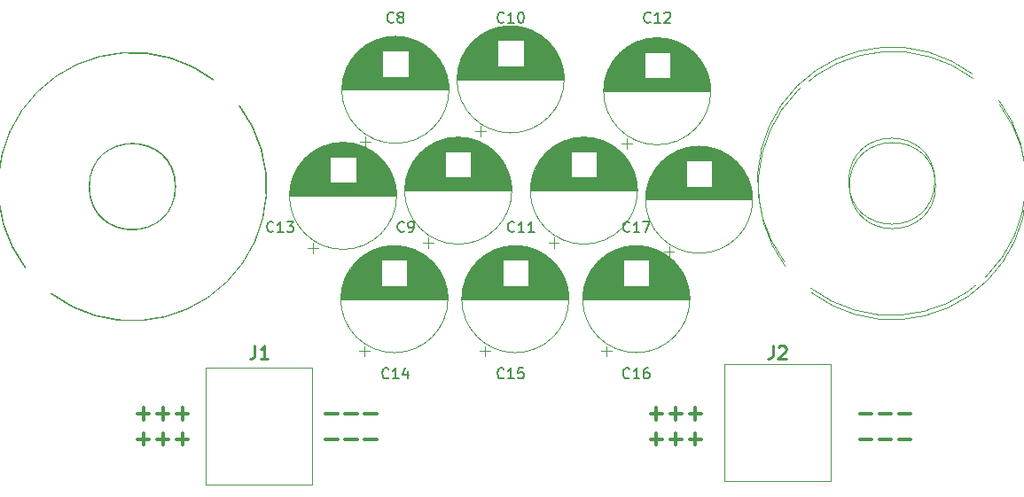
<source format=gto>
G04 #@! TF.GenerationSoftware,KiCad,Pcbnew,7.0.1*
G04 #@! TF.CreationDate,2023-07-21T17:07:25+02:00*
G04 #@! TF.ProjectId,K_PSU_filter,4b5f5053-555f-4666-996c-7465722e6b69,rev?*
G04 #@! TF.SameCoordinates,Original*
G04 #@! TF.FileFunction,Legend,Top*
G04 #@! TF.FilePolarity,Positive*
%FSLAX46Y46*%
G04 Gerber Fmt 4.6, Leading zero omitted, Abs format (unit mm)*
G04 Created by KiCad (PCBNEW 7.0.1) date 2023-07-21 17:07:25*
%MOMM*%
%LPD*%
G01*
G04 APERTURE LIST*
%ADD10C,0.375000*%
%ADD11C,0.150000*%
%ADD12C,0.254000*%
%ADD13C,0.120000*%
%ADD14C,0.100000*%
%ADD15R,2.000000X2.000000*%
%ADD16C,2.000000*%
%ADD17C,3.000000*%
%ADD18R,1.950000X1.950000*%
%ADD19C,1.950000*%
%ADD20C,6.400000*%
G04 APERTURE END LIST*
D10*
X187357142Y-79815000D02*
X188500000Y-79815000D01*
X189214285Y-79815000D02*
X190357143Y-79815000D01*
X191071428Y-79815000D02*
X192214286Y-79815000D01*
X187357142Y-82245000D02*
X188500000Y-82245000D01*
X189214285Y-82245000D02*
X190357143Y-82245000D01*
X191071428Y-82245000D02*
X192214286Y-82245000D01*
X118357142Y-79815000D02*
X119500000Y-79815000D01*
X118928571Y-80386428D02*
X118928571Y-79243571D01*
X120214285Y-79815000D02*
X121357143Y-79815000D01*
X120785714Y-80386428D02*
X120785714Y-79243571D01*
X122071428Y-79815000D02*
X123214286Y-79815000D01*
X122642857Y-80386428D02*
X122642857Y-79243571D01*
X118357142Y-82245000D02*
X119500000Y-82245000D01*
X118928571Y-82816428D02*
X118928571Y-81673571D01*
X120214285Y-82245000D02*
X121357143Y-82245000D01*
X120785714Y-82816428D02*
X120785714Y-81673571D01*
X122071428Y-82245000D02*
X123214286Y-82245000D01*
X122642857Y-82816428D02*
X122642857Y-81673571D01*
X167357142Y-79815000D02*
X168500000Y-79815000D01*
X167928571Y-80386428D02*
X167928571Y-79243571D01*
X169214285Y-79815000D02*
X170357143Y-79815000D01*
X169785714Y-80386428D02*
X169785714Y-79243571D01*
X171071428Y-79815000D02*
X172214286Y-79815000D01*
X171642857Y-80386428D02*
X171642857Y-79243571D01*
X167357142Y-82245000D02*
X168500000Y-82245000D01*
X167928571Y-82816428D02*
X167928571Y-81673571D01*
X169214285Y-82245000D02*
X170357143Y-82245000D01*
X169785714Y-82816428D02*
X169785714Y-81673571D01*
X171071428Y-82245000D02*
X172214286Y-82245000D01*
X171642857Y-82816428D02*
X171642857Y-81673571D01*
X136357142Y-79815000D02*
X137500000Y-79815000D01*
X138214285Y-79815000D02*
X139357143Y-79815000D01*
X140071428Y-79815000D02*
X141214286Y-79815000D01*
X136357142Y-82245000D02*
X137500000Y-82245000D01*
X138214285Y-82245000D02*
X139357143Y-82245000D01*
X140071428Y-82245000D02*
X141214286Y-82245000D01*
D11*
X153357142Y-42367380D02*
X153309523Y-42415000D01*
X153309523Y-42415000D02*
X153166666Y-42462619D01*
X153166666Y-42462619D02*
X153071428Y-42462619D01*
X153071428Y-42462619D02*
X152928571Y-42415000D01*
X152928571Y-42415000D02*
X152833333Y-42319761D01*
X152833333Y-42319761D02*
X152785714Y-42224523D01*
X152785714Y-42224523D02*
X152738095Y-42034047D01*
X152738095Y-42034047D02*
X152738095Y-41891190D01*
X152738095Y-41891190D02*
X152785714Y-41700714D01*
X152785714Y-41700714D02*
X152833333Y-41605476D01*
X152833333Y-41605476D02*
X152928571Y-41510238D01*
X152928571Y-41510238D02*
X153071428Y-41462619D01*
X153071428Y-41462619D02*
X153166666Y-41462619D01*
X153166666Y-41462619D02*
X153309523Y-41510238D01*
X153309523Y-41510238D02*
X153357142Y-41557857D01*
X154309523Y-42462619D02*
X153738095Y-42462619D01*
X154023809Y-42462619D02*
X154023809Y-41462619D01*
X154023809Y-41462619D02*
X153928571Y-41605476D01*
X153928571Y-41605476D02*
X153833333Y-41700714D01*
X153833333Y-41700714D02*
X153738095Y-41748333D01*
X154928571Y-41462619D02*
X155023809Y-41462619D01*
X155023809Y-41462619D02*
X155119047Y-41510238D01*
X155119047Y-41510238D02*
X155166666Y-41557857D01*
X155166666Y-41557857D02*
X155214285Y-41653095D01*
X155214285Y-41653095D02*
X155261904Y-41843571D01*
X155261904Y-41843571D02*
X155261904Y-42081666D01*
X155261904Y-42081666D02*
X155214285Y-42272142D01*
X155214285Y-42272142D02*
X155166666Y-42367380D01*
X155166666Y-42367380D02*
X155119047Y-42415000D01*
X155119047Y-42415000D02*
X155023809Y-42462619D01*
X155023809Y-42462619D02*
X154928571Y-42462619D01*
X154928571Y-42462619D02*
X154833333Y-42415000D01*
X154833333Y-42415000D02*
X154785714Y-42367380D01*
X154785714Y-42367380D02*
X154738095Y-42272142D01*
X154738095Y-42272142D02*
X154690476Y-42081666D01*
X154690476Y-42081666D02*
X154690476Y-41843571D01*
X154690476Y-41843571D02*
X154738095Y-41653095D01*
X154738095Y-41653095D02*
X154785714Y-41557857D01*
X154785714Y-41557857D02*
X154833333Y-41510238D01*
X154833333Y-41510238D02*
X154928571Y-41462619D01*
X153357142Y-76367380D02*
X153309523Y-76415000D01*
X153309523Y-76415000D02*
X153166666Y-76462619D01*
X153166666Y-76462619D02*
X153071428Y-76462619D01*
X153071428Y-76462619D02*
X152928571Y-76415000D01*
X152928571Y-76415000D02*
X152833333Y-76319761D01*
X152833333Y-76319761D02*
X152785714Y-76224523D01*
X152785714Y-76224523D02*
X152738095Y-76034047D01*
X152738095Y-76034047D02*
X152738095Y-75891190D01*
X152738095Y-75891190D02*
X152785714Y-75700714D01*
X152785714Y-75700714D02*
X152833333Y-75605476D01*
X152833333Y-75605476D02*
X152928571Y-75510238D01*
X152928571Y-75510238D02*
X153071428Y-75462619D01*
X153071428Y-75462619D02*
X153166666Y-75462619D01*
X153166666Y-75462619D02*
X153309523Y-75510238D01*
X153309523Y-75510238D02*
X153357142Y-75557857D01*
X154309523Y-76462619D02*
X153738095Y-76462619D01*
X154023809Y-76462619D02*
X154023809Y-75462619D01*
X154023809Y-75462619D02*
X153928571Y-75605476D01*
X153928571Y-75605476D02*
X153833333Y-75700714D01*
X153833333Y-75700714D02*
X153738095Y-75748333D01*
X155214285Y-75462619D02*
X154738095Y-75462619D01*
X154738095Y-75462619D02*
X154690476Y-75938809D01*
X154690476Y-75938809D02*
X154738095Y-75891190D01*
X154738095Y-75891190D02*
X154833333Y-75843571D01*
X154833333Y-75843571D02*
X155071428Y-75843571D01*
X155071428Y-75843571D02*
X155166666Y-75891190D01*
X155166666Y-75891190D02*
X155214285Y-75938809D01*
X155214285Y-75938809D02*
X155261904Y-76034047D01*
X155261904Y-76034047D02*
X155261904Y-76272142D01*
X155261904Y-76272142D02*
X155214285Y-76367380D01*
X155214285Y-76367380D02*
X155166666Y-76415000D01*
X155166666Y-76415000D02*
X155071428Y-76462619D01*
X155071428Y-76462619D02*
X154833333Y-76462619D01*
X154833333Y-76462619D02*
X154738095Y-76415000D01*
X154738095Y-76415000D02*
X154690476Y-76367380D01*
X167357142Y-42367380D02*
X167309523Y-42415000D01*
X167309523Y-42415000D02*
X167166666Y-42462619D01*
X167166666Y-42462619D02*
X167071428Y-42462619D01*
X167071428Y-42462619D02*
X166928571Y-42415000D01*
X166928571Y-42415000D02*
X166833333Y-42319761D01*
X166833333Y-42319761D02*
X166785714Y-42224523D01*
X166785714Y-42224523D02*
X166738095Y-42034047D01*
X166738095Y-42034047D02*
X166738095Y-41891190D01*
X166738095Y-41891190D02*
X166785714Y-41700714D01*
X166785714Y-41700714D02*
X166833333Y-41605476D01*
X166833333Y-41605476D02*
X166928571Y-41510238D01*
X166928571Y-41510238D02*
X167071428Y-41462619D01*
X167071428Y-41462619D02*
X167166666Y-41462619D01*
X167166666Y-41462619D02*
X167309523Y-41510238D01*
X167309523Y-41510238D02*
X167357142Y-41557857D01*
X168309523Y-42462619D02*
X167738095Y-42462619D01*
X168023809Y-42462619D02*
X168023809Y-41462619D01*
X168023809Y-41462619D02*
X167928571Y-41605476D01*
X167928571Y-41605476D02*
X167833333Y-41700714D01*
X167833333Y-41700714D02*
X167738095Y-41748333D01*
X168690476Y-41557857D02*
X168738095Y-41510238D01*
X168738095Y-41510238D02*
X168833333Y-41462619D01*
X168833333Y-41462619D02*
X169071428Y-41462619D01*
X169071428Y-41462619D02*
X169166666Y-41510238D01*
X169166666Y-41510238D02*
X169214285Y-41557857D01*
X169214285Y-41557857D02*
X169261904Y-41653095D01*
X169261904Y-41653095D02*
X169261904Y-41748333D01*
X169261904Y-41748333D02*
X169214285Y-41891190D01*
X169214285Y-41891190D02*
X168642857Y-42462619D01*
X168642857Y-42462619D02*
X169261904Y-42462619D01*
D12*
X179036667Y-73317526D02*
X179036667Y-74224669D01*
X179036667Y-74224669D02*
X178976190Y-74406097D01*
X178976190Y-74406097D02*
X178855238Y-74527050D01*
X178855238Y-74527050D02*
X178673809Y-74587526D01*
X178673809Y-74587526D02*
X178552857Y-74587526D01*
X179580952Y-73438478D02*
X179641428Y-73378002D01*
X179641428Y-73378002D02*
X179762381Y-73317526D01*
X179762381Y-73317526D02*
X180064762Y-73317526D01*
X180064762Y-73317526D02*
X180185714Y-73378002D01*
X180185714Y-73378002D02*
X180246190Y-73438478D01*
X180246190Y-73438478D02*
X180306667Y-73559430D01*
X180306667Y-73559430D02*
X180306667Y-73680383D01*
X180306667Y-73680383D02*
X180246190Y-73861811D01*
X180246190Y-73861811D02*
X179520476Y-74587526D01*
X179520476Y-74587526D02*
X180306667Y-74587526D01*
D11*
X142357142Y-76367380D02*
X142309523Y-76415000D01*
X142309523Y-76415000D02*
X142166666Y-76462619D01*
X142166666Y-76462619D02*
X142071428Y-76462619D01*
X142071428Y-76462619D02*
X141928571Y-76415000D01*
X141928571Y-76415000D02*
X141833333Y-76319761D01*
X141833333Y-76319761D02*
X141785714Y-76224523D01*
X141785714Y-76224523D02*
X141738095Y-76034047D01*
X141738095Y-76034047D02*
X141738095Y-75891190D01*
X141738095Y-75891190D02*
X141785714Y-75700714D01*
X141785714Y-75700714D02*
X141833333Y-75605476D01*
X141833333Y-75605476D02*
X141928571Y-75510238D01*
X141928571Y-75510238D02*
X142071428Y-75462619D01*
X142071428Y-75462619D02*
X142166666Y-75462619D01*
X142166666Y-75462619D02*
X142309523Y-75510238D01*
X142309523Y-75510238D02*
X142357142Y-75557857D01*
X143309523Y-76462619D02*
X142738095Y-76462619D01*
X143023809Y-76462619D02*
X143023809Y-75462619D01*
X143023809Y-75462619D02*
X142928571Y-75605476D01*
X142928571Y-75605476D02*
X142833333Y-75700714D01*
X142833333Y-75700714D02*
X142738095Y-75748333D01*
X144166666Y-75795952D02*
X144166666Y-76462619D01*
X143928571Y-75415000D02*
X143690476Y-76129285D01*
X143690476Y-76129285D02*
X144309523Y-76129285D01*
X165357142Y-62367380D02*
X165309523Y-62415000D01*
X165309523Y-62415000D02*
X165166666Y-62462619D01*
X165166666Y-62462619D02*
X165071428Y-62462619D01*
X165071428Y-62462619D02*
X164928571Y-62415000D01*
X164928571Y-62415000D02*
X164833333Y-62319761D01*
X164833333Y-62319761D02*
X164785714Y-62224523D01*
X164785714Y-62224523D02*
X164738095Y-62034047D01*
X164738095Y-62034047D02*
X164738095Y-61891190D01*
X164738095Y-61891190D02*
X164785714Y-61700714D01*
X164785714Y-61700714D02*
X164833333Y-61605476D01*
X164833333Y-61605476D02*
X164928571Y-61510238D01*
X164928571Y-61510238D02*
X165071428Y-61462619D01*
X165071428Y-61462619D02*
X165166666Y-61462619D01*
X165166666Y-61462619D02*
X165309523Y-61510238D01*
X165309523Y-61510238D02*
X165357142Y-61557857D01*
X166309523Y-62462619D02*
X165738095Y-62462619D01*
X166023809Y-62462619D02*
X166023809Y-61462619D01*
X166023809Y-61462619D02*
X165928571Y-61605476D01*
X165928571Y-61605476D02*
X165833333Y-61700714D01*
X165833333Y-61700714D02*
X165738095Y-61748333D01*
X166642857Y-61462619D02*
X167309523Y-61462619D01*
X167309523Y-61462619D02*
X166880952Y-62462619D01*
X131357142Y-62367380D02*
X131309523Y-62415000D01*
X131309523Y-62415000D02*
X131166666Y-62462619D01*
X131166666Y-62462619D02*
X131071428Y-62462619D01*
X131071428Y-62462619D02*
X130928571Y-62415000D01*
X130928571Y-62415000D02*
X130833333Y-62319761D01*
X130833333Y-62319761D02*
X130785714Y-62224523D01*
X130785714Y-62224523D02*
X130738095Y-62034047D01*
X130738095Y-62034047D02*
X130738095Y-61891190D01*
X130738095Y-61891190D02*
X130785714Y-61700714D01*
X130785714Y-61700714D02*
X130833333Y-61605476D01*
X130833333Y-61605476D02*
X130928571Y-61510238D01*
X130928571Y-61510238D02*
X131071428Y-61462619D01*
X131071428Y-61462619D02*
X131166666Y-61462619D01*
X131166666Y-61462619D02*
X131309523Y-61510238D01*
X131309523Y-61510238D02*
X131357142Y-61557857D01*
X132309523Y-62462619D02*
X131738095Y-62462619D01*
X132023809Y-62462619D02*
X132023809Y-61462619D01*
X132023809Y-61462619D02*
X131928571Y-61605476D01*
X131928571Y-61605476D02*
X131833333Y-61700714D01*
X131833333Y-61700714D02*
X131738095Y-61748333D01*
X132642857Y-61462619D02*
X133261904Y-61462619D01*
X133261904Y-61462619D02*
X132928571Y-61843571D01*
X132928571Y-61843571D02*
X133071428Y-61843571D01*
X133071428Y-61843571D02*
X133166666Y-61891190D01*
X133166666Y-61891190D02*
X133214285Y-61938809D01*
X133214285Y-61938809D02*
X133261904Y-62034047D01*
X133261904Y-62034047D02*
X133261904Y-62272142D01*
X133261904Y-62272142D02*
X133214285Y-62367380D01*
X133214285Y-62367380D02*
X133166666Y-62415000D01*
X133166666Y-62415000D02*
X133071428Y-62462619D01*
X133071428Y-62462619D02*
X132785714Y-62462619D01*
X132785714Y-62462619D02*
X132690476Y-62415000D01*
X132690476Y-62415000D02*
X132642857Y-62367380D01*
X142833333Y-42367380D02*
X142785714Y-42415000D01*
X142785714Y-42415000D02*
X142642857Y-42462619D01*
X142642857Y-42462619D02*
X142547619Y-42462619D01*
X142547619Y-42462619D02*
X142404762Y-42415000D01*
X142404762Y-42415000D02*
X142309524Y-42319761D01*
X142309524Y-42319761D02*
X142261905Y-42224523D01*
X142261905Y-42224523D02*
X142214286Y-42034047D01*
X142214286Y-42034047D02*
X142214286Y-41891190D01*
X142214286Y-41891190D02*
X142261905Y-41700714D01*
X142261905Y-41700714D02*
X142309524Y-41605476D01*
X142309524Y-41605476D02*
X142404762Y-41510238D01*
X142404762Y-41510238D02*
X142547619Y-41462619D01*
X142547619Y-41462619D02*
X142642857Y-41462619D01*
X142642857Y-41462619D02*
X142785714Y-41510238D01*
X142785714Y-41510238D02*
X142833333Y-41557857D01*
X143404762Y-41891190D02*
X143309524Y-41843571D01*
X143309524Y-41843571D02*
X143261905Y-41795952D01*
X143261905Y-41795952D02*
X143214286Y-41700714D01*
X143214286Y-41700714D02*
X143214286Y-41653095D01*
X143214286Y-41653095D02*
X143261905Y-41557857D01*
X143261905Y-41557857D02*
X143309524Y-41510238D01*
X143309524Y-41510238D02*
X143404762Y-41462619D01*
X143404762Y-41462619D02*
X143595238Y-41462619D01*
X143595238Y-41462619D02*
X143690476Y-41510238D01*
X143690476Y-41510238D02*
X143738095Y-41557857D01*
X143738095Y-41557857D02*
X143785714Y-41653095D01*
X143785714Y-41653095D02*
X143785714Y-41700714D01*
X143785714Y-41700714D02*
X143738095Y-41795952D01*
X143738095Y-41795952D02*
X143690476Y-41843571D01*
X143690476Y-41843571D02*
X143595238Y-41891190D01*
X143595238Y-41891190D02*
X143404762Y-41891190D01*
X143404762Y-41891190D02*
X143309524Y-41938809D01*
X143309524Y-41938809D02*
X143261905Y-41986428D01*
X143261905Y-41986428D02*
X143214286Y-42081666D01*
X143214286Y-42081666D02*
X143214286Y-42272142D01*
X143214286Y-42272142D02*
X143261905Y-42367380D01*
X143261905Y-42367380D02*
X143309524Y-42415000D01*
X143309524Y-42415000D02*
X143404762Y-42462619D01*
X143404762Y-42462619D02*
X143595238Y-42462619D01*
X143595238Y-42462619D02*
X143690476Y-42415000D01*
X143690476Y-42415000D02*
X143738095Y-42367380D01*
X143738095Y-42367380D02*
X143785714Y-42272142D01*
X143785714Y-42272142D02*
X143785714Y-42081666D01*
X143785714Y-42081666D02*
X143738095Y-41986428D01*
X143738095Y-41986428D02*
X143690476Y-41938809D01*
X143690476Y-41938809D02*
X143595238Y-41891190D01*
X143833333Y-62367380D02*
X143785714Y-62415000D01*
X143785714Y-62415000D02*
X143642857Y-62462619D01*
X143642857Y-62462619D02*
X143547619Y-62462619D01*
X143547619Y-62462619D02*
X143404762Y-62415000D01*
X143404762Y-62415000D02*
X143309524Y-62319761D01*
X143309524Y-62319761D02*
X143261905Y-62224523D01*
X143261905Y-62224523D02*
X143214286Y-62034047D01*
X143214286Y-62034047D02*
X143214286Y-61891190D01*
X143214286Y-61891190D02*
X143261905Y-61700714D01*
X143261905Y-61700714D02*
X143309524Y-61605476D01*
X143309524Y-61605476D02*
X143404762Y-61510238D01*
X143404762Y-61510238D02*
X143547619Y-61462619D01*
X143547619Y-61462619D02*
X143642857Y-61462619D01*
X143642857Y-61462619D02*
X143785714Y-61510238D01*
X143785714Y-61510238D02*
X143833333Y-61557857D01*
X144309524Y-62462619D02*
X144500000Y-62462619D01*
X144500000Y-62462619D02*
X144595238Y-62415000D01*
X144595238Y-62415000D02*
X144642857Y-62367380D01*
X144642857Y-62367380D02*
X144738095Y-62224523D01*
X144738095Y-62224523D02*
X144785714Y-62034047D01*
X144785714Y-62034047D02*
X144785714Y-61653095D01*
X144785714Y-61653095D02*
X144738095Y-61557857D01*
X144738095Y-61557857D02*
X144690476Y-61510238D01*
X144690476Y-61510238D02*
X144595238Y-61462619D01*
X144595238Y-61462619D02*
X144404762Y-61462619D01*
X144404762Y-61462619D02*
X144309524Y-61510238D01*
X144309524Y-61510238D02*
X144261905Y-61557857D01*
X144261905Y-61557857D02*
X144214286Y-61653095D01*
X144214286Y-61653095D02*
X144214286Y-61891190D01*
X144214286Y-61891190D02*
X144261905Y-61986428D01*
X144261905Y-61986428D02*
X144309524Y-62034047D01*
X144309524Y-62034047D02*
X144404762Y-62081666D01*
X144404762Y-62081666D02*
X144595238Y-62081666D01*
X144595238Y-62081666D02*
X144690476Y-62034047D01*
X144690476Y-62034047D02*
X144738095Y-61986428D01*
X144738095Y-61986428D02*
X144785714Y-61891190D01*
X165357142Y-76367380D02*
X165309523Y-76415000D01*
X165309523Y-76415000D02*
X165166666Y-76462619D01*
X165166666Y-76462619D02*
X165071428Y-76462619D01*
X165071428Y-76462619D02*
X164928571Y-76415000D01*
X164928571Y-76415000D02*
X164833333Y-76319761D01*
X164833333Y-76319761D02*
X164785714Y-76224523D01*
X164785714Y-76224523D02*
X164738095Y-76034047D01*
X164738095Y-76034047D02*
X164738095Y-75891190D01*
X164738095Y-75891190D02*
X164785714Y-75700714D01*
X164785714Y-75700714D02*
X164833333Y-75605476D01*
X164833333Y-75605476D02*
X164928571Y-75510238D01*
X164928571Y-75510238D02*
X165071428Y-75462619D01*
X165071428Y-75462619D02*
X165166666Y-75462619D01*
X165166666Y-75462619D02*
X165309523Y-75510238D01*
X165309523Y-75510238D02*
X165357142Y-75557857D01*
X166309523Y-76462619D02*
X165738095Y-76462619D01*
X166023809Y-76462619D02*
X166023809Y-75462619D01*
X166023809Y-75462619D02*
X165928571Y-75605476D01*
X165928571Y-75605476D02*
X165833333Y-75700714D01*
X165833333Y-75700714D02*
X165738095Y-75748333D01*
X167166666Y-75462619D02*
X166976190Y-75462619D01*
X166976190Y-75462619D02*
X166880952Y-75510238D01*
X166880952Y-75510238D02*
X166833333Y-75557857D01*
X166833333Y-75557857D02*
X166738095Y-75700714D01*
X166738095Y-75700714D02*
X166690476Y-75891190D01*
X166690476Y-75891190D02*
X166690476Y-76272142D01*
X166690476Y-76272142D02*
X166738095Y-76367380D01*
X166738095Y-76367380D02*
X166785714Y-76415000D01*
X166785714Y-76415000D02*
X166880952Y-76462619D01*
X166880952Y-76462619D02*
X167071428Y-76462619D01*
X167071428Y-76462619D02*
X167166666Y-76415000D01*
X167166666Y-76415000D02*
X167214285Y-76367380D01*
X167214285Y-76367380D02*
X167261904Y-76272142D01*
X167261904Y-76272142D02*
X167261904Y-76034047D01*
X167261904Y-76034047D02*
X167214285Y-75938809D01*
X167214285Y-75938809D02*
X167166666Y-75891190D01*
X167166666Y-75891190D02*
X167071428Y-75843571D01*
X167071428Y-75843571D02*
X166880952Y-75843571D01*
X166880952Y-75843571D02*
X166785714Y-75891190D01*
X166785714Y-75891190D02*
X166738095Y-75938809D01*
X166738095Y-75938809D02*
X166690476Y-76034047D01*
D12*
X129576667Y-73317526D02*
X129576667Y-74224669D01*
X129576667Y-74224669D02*
X129516190Y-74406097D01*
X129516190Y-74406097D02*
X129395238Y-74527050D01*
X129395238Y-74527050D02*
X129213809Y-74587526D01*
X129213809Y-74587526D02*
X129092857Y-74587526D01*
X130846667Y-74587526D02*
X130120952Y-74587526D01*
X130483809Y-74587526D02*
X130483809Y-73317526D01*
X130483809Y-73317526D02*
X130362857Y-73498954D01*
X130362857Y-73498954D02*
X130241905Y-73619907D01*
X130241905Y-73619907D02*
X130120952Y-73680383D01*
D11*
X154357142Y-62367380D02*
X154309523Y-62415000D01*
X154309523Y-62415000D02*
X154166666Y-62462619D01*
X154166666Y-62462619D02*
X154071428Y-62462619D01*
X154071428Y-62462619D02*
X153928571Y-62415000D01*
X153928571Y-62415000D02*
X153833333Y-62319761D01*
X153833333Y-62319761D02*
X153785714Y-62224523D01*
X153785714Y-62224523D02*
X153738095Y-62034047D01*
X153738095Y-62034047D02*
X153738095Y-61891190D01*
X153738095Y-61891190D02*
X153785714Y-61700714D01*
X153785714Y-61700714D02*
X153833333Y-61605476D01*
X153833333Y-61605476D02*
X153928571Y-61510238D01*
X153928571Y-61510238D02*
X154071428Y-61462619D01*
X154071428Y-61462619D02*
X154166666Y-61462619D01*
X154166666Y-61462619D02*
X154309523Y-61510238D01*
X154309523Y-61510238D02*
X154357142Y-61557857D01*
X155309523Y-62462619D02*
X154738095Y-62462619D01*
X155023809Y-62462619D02*
X155023809Y-61462619D01*
X155023809Y-61462619D02*
X154928571Y-61605476D01*
X154928571Y-61605476D02*
X154833333Y-61700714D01*
X154833333Y-61700714D02*
X154738095Y-61748333D01*
X156261904Y-62462619D02*
X155690476Y-62462619D01*
X155976190Y-62462619D02*
X155976190Y-61462619D01*
X155976190Y-61462619D02*
X155880952Y-61605476D01*
X155880952Y-61605476D02*
X155785714Y-61700714D01*
X155785714Y-61700714D02*
X155690476Y-61748333D01*
D13*
X151125000Y-53347323D02*
X151125000Y-52347323D01*
X150625000Y-52847323D02*
X151625000Y-52847323D01*
X148920000Y-47867677D02*
X159080000Y-47867677D01*
X148920000Y-47827677D02*
X159080000Y-47827677D01*
X148920000Y-47787677D02*
X159080000Y-47787677D01*
X148921000Y-47747677D02*
X159079000Y-47747677D01*
X148922000Y-47707677D02*
X159078000Y-47707677D01*
X148923000Y-47667677D02*
X159077000Y-47667677D01*
X148925000Y-47627677D02*
X159075000Y-47627677D01*
X148927000Y-47587677D02*
X159073000Y-47587677D01*
X148930000Y-47547677D02*
X159070000Y-47547677D01*
X148932000Y-47507677D02*
X159068000Y-47507677D01*
X148935000Y-47467677D02*
X159065000Y-47467677D01*
X148938000Y-47427677D02*
X159062000Y-47427677D01*
X148942000Y-47387677D02*
X159058000Y-47387677D01*
X148946000Y-47347677D02*
X159054000Y-47347677D01*
X148950000Y-47307677D02*
X159050000Y-47307677D01*
X148955000Y-47267677D02*
X159045000Y-47267677D01*
X148960000Y-47227677D02*
X159040000Y-47227677D01*
X148965000Y-47187677D02*
X159035000Y-47187677D01*
X148970000Y-47146677D02*
X159030000Y-47146677D01*
X148976000Y-47106677D02*
X159024000Y-47106677D01*
X148982000Y-47066677D02*
X159018000Y-47066677D01*
X148989000Y-47026677D02*
X159011000Y-47026677D01*
X148996000Y-46986677D02*
X159004000Y-46986677D01*
X149003000Y-46946677D02*
X158997000Y-46946677D01*
X149010000Y-46906677D02*
X158990000Y-46906677D01*
X149018000Y-46866677D02*
X158982000Y-46866677D01*
X149026000Y-46826677D02*
X158974000Y-46826677D01*
X149035000Y-46786677D02*
X158965000Y-46786677D01*
X149044000Y-46746677D02*
X158956000Y-46746677D01*
X149053000Y-46706677D02*
X158947000Y-46706677D01*
X149062000Y-46666677D02*
X158938000Y-46666677D01*
X149072000Y-46626677D02*
X158928000Y-46626677D01*
X149082000Y-46586677D02*
X152759000Y-46586677D01*
X155241000Y-46586677D02*
X158918000Y-46586677D01*
X149093000Y-46546677D02*
X152759000Y-46546677D01*
X155241000Y-46546677D02*
X158907000Y-46546677D01*
X149103000Y-46506677D02*
X152759000Y-46506677D01*
X155241000Y-46506677D02*
X158897000Y-46506677D01*
X149115000Y-46466677D02*
X152759000Y-46466677D01*
X155241000Y-46466677D02*
X158885000Y-46466677D01*
X149126000Y-46426677D02*
X152759000Y-46426677D01*
X155241000Y-46426677D02*
X158874000Y-46426677D01*
X149138000Y-46386677D02*
X152759000Y-46386677D01*
X155241000Y-46386677D02*
X158862000Y-46386677D01*
X149150000Y-46346677D02*
X152759000Y-46346677D01*
X155241000Y-46346677D02*
X158850000Y-46346677D01*
X149163000Y-46306677D02*
X152759000Y-46306677D01*
X155241000Y-46306677D02*
X158837000Y-46306677D01*
X149176000Y-46266677D02*
X152759000Y-46266677D01*
X155241000Y-46266677D02*
X158824000Y-46266677D01*
X149189000Y-46226677D02*
X152759000Y-46226677D01*
X155241000Y-46226677D02*
X158811000Y-46226677D01*
X149203000Y-46186677D02*
X152759000Y-46186677D01*
X155241000Y-46186677D02*
X158797000Y-46186677D01*
X149217000Y-46146677D02*
X152759000Y-46146677D01*
X155241000Y-46146677D02*
X158783000Y-46146677D01*
X149232000Y-46106677D02*
X152759000Y-46106677D01*
X155241000Y-46106677D02*
X158768000Y-46106677D01*
X149246000Y-46066677D02*
X152759000Y-46066677D01*
X155241000Y-46066677D02*
X158754000Y-46066677D01*
X149262000Y-46026677D02*
X152759000Y-46026677D01*
X155241000Y-46026677D02*
X158738000Y-46026677D01*
X149277000Y-45986677D02*
X152759000Y-45986677D01*
X155241000Y-45986677D02*
X158723000Y-45986677D01*
X149293000Y-45946677D02*
X152759000Y-45946677D01*
X155241000Y-45946677D02*
X158707000Y-45946677D01*
X149310000Y-45906677D02*
X152759000Y-45906677D01*
X155241000Y-45906677D02*
X158690000Y-45906677D01*
X149326000Y-45866677D02*
X152759000Y-45866677D01*
X155241000Y-45866677D02*
X158674000Y-45866677D01*
X149343000Y-45826677D02*
X152759000Y-45826677D01*
X155241000Y-45826677D02*
X158657000Y-45826677D01*
X149361000Y-45786677D02*
X152759000Y-45786677D01*
X155241000Y-45786677D02*
X158639000Y-45786677D01*
X149379000Y-45746677D02*
X152759000Y-45746677D01*
X155241000Y-45746677D02*
X158621000Y-45746677D01*
X149397000Y-45706677D02*
X152759000Y-45706677D01*
X155241000Y-45706677D02*
X158603000Y-45706677D01*
X149416000Y-45666677D02*
X152759000Y-45666677D01*
X155241000Y-45666677D02*
X158584000Y-45666677D01*
X149436000Y-45626677D02*
X152759000Y-45626677D01*
X155241000Y-45626677D02*
X158564000Y-45626677D01*
X149455000Y-45586677D02*
X152759000Y-45586677D01*
X155241000Y-45586677D02*
X158545000Y-45586677D01*
X149475000Y-45546677D02*
X152759000Y-45546677D01*
X155241000Y-45546677D02*
X158525000Y-45546677D01*
X149496000Y-45506677D02*
X152759000Y-45506677D01*
X155241000Y-45506677D02*
X158504000Y-45506677D01*
X149517000Y-45466677D02*
X152759000Y-45466677D01*
X155241000Y-45466677D02*
X158483000Y-45466677D01*
X149538000Y-45426677D02*
X152759000Y-45426677D01*
X155241000Y-45426677D02*
X158462000Y-45426677D01*
X149560000Y-45386677D02*
X152759000Y-45386677D01*
X155241000Y-45386677D02*
X158440000Y-45386677D01*
X149583000Y-45346677D02*
X152759000Y-45346677D01*
X155241000Y-45346677D02*
X158417000Y-45346677D01*
X149605000Y-45306677D02*
X152759000Y-45306677D01*
X155241000Y-45306677D02*
X158395000Y-45306677D01*
X149629000Y-45266677D02*
X152759000Y-45266677D01*
X155241000Y-45266677D02*
X158371000Y-45266677D01*
X149653000Y-45226677D02*
X152759000Y-45226677D01*
X155241000Y-45226677D02*
X158347000Y-45226677D01*
X149677000Y-45186677D02*
X152759000Y-45186677D01*
X155241000Y-45186677D02*
X158323000Y-45186677D01*
X149702000Y-45146677D02*
X152759000Y-45146677D01*
X155241000Y-45146677D02*
X158298000Y-45146677D01*
X149727000Y-45106677D02*
X152759000Y-45106677D01*
X155241000Y-45106677D02*
X158273000Y-45106677D01*
X149753000Y-45066677D02*
X152759000Y-45066677D01*
X155241000Y-45066677D02*
X158247000Y-45066677D01*
X149779000Y-45026677D02*
X152759000Y-45026677D01*
X155241000Y-45026677D02*
X158221000Y-45026677D01*
X149806000Y-44986677D02*
X152759000Y-44986677D01*
X155241000Y-44986677D02*
X158194000Y-44986677D01*
X149834000Y-44946677D02*
X152759000Y-44946677D01*
X155241000Y-44946677D02*
X158166000Y-44946677D01*
X149862000Y-44906677D02*
X152759000Y-44906677D01*
X155241000Y-44906677D02*
X158138000Y-44906677D01*
X149890000Y-44866677D02*
X152759000Y-44866677D01*
X155241000Y-44866677D02*
X158110000Y-44866677D01*
X149920000Y-44826677D02*
X152759000Y-44826677D01*
X155241000Y-44826677D02*
X158080000Y-44826677D01*
X149950000Y-44786677D02*
X152759000Y-44786677D01*
X155241000Y-44786677D02*
X158050000Y-44786677D01*
X149980000Y-44746677D02*
X152759000Y-44746677D01*
X155241000Y-44746677D02*
X158020000Y-44746677D01*
X150011000Y-44706677D02*
X152759000Y-44706677D01*
X155241000Y-44706677D02*
X157989000Y-44706677D01*
X150043000Y-44666677D02*
X152759000Y-44666677D01*
X155241000Y-44666677D02*
X157957000Y-44666677D01*
X150075000Y-44626677D02*
X152759000Y-44626677D01*
X155241000Y-44626677D02*
X157925000Y-44626677D01*
X150108000Y-44586677D02*
X152759000Y-44586677D01*
X155241000Y-44586677D02*
X157892000Y-44586677D01*
X150142000Y-44546677D02*
X152759000Y-44546677D01*
X155241000Y-44546677D02*
X157858000Y-44546677D01*
X150176000Y-44506677D02*
X152759000Y-44506677D01*
X155241000Y-44506677D02*
X157824000Y-44506677D01*
X150211000Y-44466677D02*
X152759000Y-44466677D01*
X155241000Y-44466677D02*
X157789000Y-44466677D01*
X150247000Y-44426677D02*
X152759000Y-44426677D01*
X155241000Y-44426677D02*
X157753000Y-44426677D01*
X150284000Y-44386677D02*
X152759000Y-44386677D01*
X155241000Y-44386677D02*
X157716000Y-44386677D01*
X150321000Y-44346677D02*
X152759000Y-44346677D01*
X155241000Y-44346677D02*
X157679000Y-44346677D01*
X150360000Y-44306677D02*
X152759000Y-44306677D01*
X155241000Y-44306677D02*
X157640000Y-44306677D01*
X150399000Y-44266677D02*
X152759000Y-44266677D01*
X155241000Y-44266677D02*
X157601000Y-44266677D01*
X150439000Y-44226677D02*
X152759000Y-44226677D01*
X155241000Y-44226677D02*
X157561000Y-44226677D01*
X150480000Y-44186677D02*
X152759000Y-44186677D01*
X155241000Y-44186677D02*
X157520000Y-44186677D01*
X150522000Y-44146677D02*
X152759000Y-44146677D01*
X155241000Y-44146677D02*
X157478000Y-44146677D01*
X150564000Y-44106677D02*
X157436000Y-44106677D01*
X150608000Y-44066677D02*
X157392000Y-44066677D01*
X150653000Y-44026677D02*
X157347000Y-44026677D01*
X150699000Y-43986677D02*
X157301000Y-43986677D01*
X150746000Y-43946677D02*
X157254000Y-43946677D01*
X150794000Y-43906677D02*
X157206000Y-43906677D01*
X150844000Y-43866677D02*
X157156000Y-43866677D01*
X150894000Y-43826677D02*
X157106000Y-43826677D01*
X150946000Y-43786677D02*
X157054000Y-43786677D01*
X151000000Y-43746677D02*
X157000000Y-43746677D01*
X151055000Y-43706677D02*
X156945000Y-43706677D01*
X151111000Y-43666677D02*
X156889000Y-43666677D01*
X151170000Y-43626677D02*
X156830000Y-43626677D01*
X151230000Y-43586677D02*
X156770000Y-43586677D01*
X151291000Y-43546677D02*
X156709000Y-43546677D01*
X151355000Y-43506677D02*
X156645000Y-43506677D01*
X151421000Y-43466677D02*
X156579000Y-43466677D01*
X151490000Y-43426677D02*
X156510000Y-43426677D01*
X151561000Y-43386677D02*
X156439000Y-43386677D01*
X151635000Y-43346677D02*
X156365000Y-43346677D01*
X151711000Y-43306677D02*
X156289000Y-43306677D01*
X151791000Y-43266677D02*
X156209000Y-43266677D01*
X151875000Y-43226677D02*
X156125000Y-43226677D01*
X151963000Y-43186677D02*
X156037000Y-43186677D01*
X152056000Y-43146677D02*
X155944000Y-43146677D01*
X152154000Y-43106677D02*
X155846000Y-43106677D01*
X152258000Y-43066677D02*
X155742000Y-43066677D01*
X152370000Y-43026677D02*
X155630000Y-43026677D01*
X152490000Y-42986677D02*
X155510000Y-42986677D01*
X152622000Y-42946677D02*
X155378000Y-42946677D01*
X152770000Y-42906677D02*
X155230000Y-42906677D01*
X152938000Y-42866677D02*
X155062000Y-42866677D01*
X153138000Y-42826677D02*
X154862000Y-42826677D01*
X153401000Y-42786677D02*
X154599000Y-42786677D01*
X159120000Y-47867677D02*
G75*
G03*
X159120000Y-47867677I-5120000J0D01*
G01*
X151575000Y-74347323D02*
X151575000Y-73347323D01*
X151075000Y-73847323D02*
X152075000Y-73847323D01*
X149370000Y-68867677D02*
X159530000Y-68867677D01*
X149370000Y-68827677D02*
X159530000Y-68827677D01*
X149370000Y-68787677D02*
X159530000Y-68787677D01*
X149371000Y-68747677D02*
X159529000Y-68747677D01*
X149372000Y-68707677D02*
X159528000Y-68707677D01*
X149373000Y-68667677D02*
X159527000Y-68667677D01*
X149375000Y-68627677D02*
X159525000Y-68627677D01*
X149377000Y-68587677D02*
X159523000Y-68587677D01*
X149380000Y-68547677D02*
X159520000Y-68547677D01*
X149382000Y-68507677D02*
X159518000Y-68507677D01*
X149385000Y-68467677D02*
X159515000Y-68467677D01*
X149388000Y-68427677D02*
X159512000Y-68427677D01*
X149392000Y-68387677D02*
X159508000Y-68387677D01*
X149396000Y-68347677D02*
X159504000Y-68347677D01*
X149400000Y-68307677D02*
X159500000Y-68307677D01*
X149405000Y-68267677D02*
X159495000Y-68267677D01*
X149410000Y-68227677D02*
X159490000Y-68227677D01*
X149415000Y-68187677D02*
X159485000Y-68187677D01*
X149420000Y-68146677D02*
X159480000Y-68146677D01*
X149426000Y-68106677D02*
X159474000Y-68106677D01*
X149432000Y-68066677D02*
X159468000Y-68066677D01*
X149439000Y-68026677D02*
X159461000Y-68026677D01*
X149446000Y-67986677D02*
X159454000Y-67986677D01*
X149453000Y-67946677D02*
X159447000Y-67946677D01*
X149460000Y-67906677D02*
X159440000Y-67906677D01*
X149468000Y-67866677D02*
X159432000Y-67866677D01*
X149476000Y-67826677D02*
X159424000Y-67826677D01*
X149485000Y-67786677D02*
X159415000Y-67786677D01*
X149494000Y-67746677D02*
X159406000Y-67746677D01*
X149503000Y-67706677D02*
X159397000Y-67706677D01*
X149512000Y-67666677D02*
X159388000Y-67666677D01*
X149522000Y-67626677D02*
X159378000Y-67626677D01*
X149532000Y-67586677D02*
X153209000Y-67586677D01*
X155691000Y-67586677D02*
X159368000Y-67586677D01*
X149543000Y-67546677D02*
X153209000Y-67546677D01*
X155691000Y-67546677D02*
X159357000Y-67546677D01*
X149553000Y-67506677D02*
X153209000Y-67506677D01*
X155691000Y-67506677D02*
X159347000Y-67506677D01*
X149565000Y-67466677D02*
X153209000Y-67466677D01*
X155691000Y-67466677D02*
X159335000Y-67466677D01*
X149576000Y-67426677D02*
X153209000Y-67426677D01*
X155691000Y-67426677D02*
X159324000Y-67426677D01*
X149588000Y-67386677D02*
X153209000Y-67386677D01*
X155691000Y-67386677D02*
X159312000Y-67386677D01*
X149600000Y-67346677D02*
X153209000Y-67346677D01*
X155691000Y-67346677D02*
X159300000Y-67346677D01*
X149613000Y-67306677D02*
X153209000Y-67306677D01*
X155691000Y-67306677D02*
X159287000Y-67306677D01*
X149626000Y-67266677D02*
X153209000Y-67266677D01*
X155691000Y-67266677D02*
X159274000Y-67266677D01*
X149639000Y-67226677D02*
X153209000Y-67226677D01*
X155691000Y-67226677D02*
X159261000Y-67226677D01*
X149653000Y-67186677D02*
X153209000Y-67186677D01*
X155691000Y-67186677D02*
X159247000Y-67186677D01*
X149667000Y-67146677D02*
X153209000Y-67146677D01*
X155691000Y-67146677D02*
X159233000Y-67146677D01*
X149682000Y-67106677D02*
X153209000Y-67106677D01*
X155691000Y-67106677D02*
X159218000Y-67106677D01*
X149696000Y-67066677D02*
X153209000Y-67066677D01*
X155691000Y-67066677D02*
X159204000Y-67066677D01*
X149712000Y-67026677D02*
X153209000Y-67026677D01*
X155691000Y-67026677D02*
X159188000Y-67026677D01*
X149727000Y-66986677D02*
X153209000Y-66986677D01*
X155691000Y-66986677D02*
X159173000Y-66986677D01*
X149743000Y-66946677D02*
X153209000Y-66946677D01*
X155691000Y-66946677D02*
X159157000Y-66946677D01*
X149760000Y-66906677D02*
X153209000Y-66906677D01*
X155691000Y-66906677D02*
X159140000Y-66906677D01*
X149776000Y-66866677D02*
X153209000Y-66866677D01*
X155691000Y-66866677D02*
X159124000Y-66866677D01*
X149793000Y-66826677D02*
X153209000Y-66826677D01*
X155691000Y-66826677D02*
X159107000Y-66826677D01*
X149811000Y-66786677D02*
X153209000Y-66786677D01*
X155691000Y-66786677D02*
X159089000Y-66786677D01*
X149829000Y-66746677D02*
X153209000Y-66746677D01*
X155691000Y-66746677D02*
X159071000Y-66746677D01*
X149847000Y-66706677D02*
X153209000Y-66706677D01*
X155691000Y-66706677D02*
X159053000Y-66706677D01*
X149866000Y-66666677D02*
X153209000Y-66666677D01*
X155691000Y-66666677D02*
X159034000Y-66666677D01*
X149886000Y-66626677D02*
X153209000Y-66626677D01*
X155691000Y-66626677D02*
X159014000Y-66626677D01*
X149905000Y-66586677D02*
X153209000Y-66586677D01*
X155691000Y-66586677D02*
X158995000Y-66586677D01*
X149925000Y-66546677D02*
X153209000Y-66546677D01*
X155691000Y-66546677D02*
X158975000Y-66546677D01*
X149946000Y-66506677D02*
X153209000Y-66506677D01*
X155691000Y-66506677D02*
X158954000Y-66506677D01*
X149967000Y-66466677D02*
X153209000Y-66466677D01*
X155691000Y-66466677D02*
X158933000Y-66466677D01*
X149988000Y-66426677D02*
X153209000Y-66426677D01*
X155691000Y-66426677D02*
X158912000Y-66426677D01*
X150010000Y-66386677D02*
X153209000Y-66386677D01*
X155691000Y-66386677D02*
X158890000Y-66386677D01*
X150033000Y-66346677D02*
X153209000Y-66346677D01*
X155691000Y-66346677D02*
X158867000Y-66346677D01*
X150055000Y-66306677D02*
X153209000Y-66306677D01*
X155691000Y-66306677D02*
X158845000Y-66306677D01*
X150079000Y-66266677D02*
X153209000Y-66266677D01*
X155691000Y-66266677D02*
X158821000Y-66266677D01*
X150103000Y-66226677D02*
X153209000Y-66226677D01*
X155691000Y-66226677D02*
X158797000Y-66226677D01*
X150127000Y-66186677D02*
X153209000Y-66186677D01*
X155691000Y-66186677D02*
X158773000Y-66186677D01*
X150152000Y-66146677D02*
X153209000Y-66146677D01*
X155691000Y-66146677D02*
X158748000Y-66146677D01*
X150177000Y-66106677D02*
X153209000Y-66106677D01*
X155691000Y-66106677D02*
X158723000Y-66106677D01*
X150203000Y-66066677D02*
X153209000Y-66066677D01*
X155691000Y-66066677D02*
X158697000Y-66066677D01*
X150229000Y-66026677D02*
X153209000Y-66026677D01*
X155691000Y-66026677D02*
X158671000Y-66026677D01*
X150256000Y-65986677D02*
X153209000Y-65986677D01*
X155691000Y-65986677D02*
X158644000Y-65986677D01*
X150284000Y-65946677D02*
X153209000Y-65946677D01*
X155691000Y-65946677D02*
X158616000Y-65946677D01*
X150312000Y-65906677D02*
X153209000Y-65906677D01*
X155691000Y-65906677D02*
X158588000Y-65906677D01*
X150340000Y-65866677D02*
X153209000Y-65866677D01*
X155691000Y-65866677D02*
X158560000Y-65866677D01*
X150370000Y-65826677D02*
X153209000Y-65826677D01*
X155691000Y-65826677D02*
X158530000Y-65826677D01*
X150400000Y-65786677D02*
X153209000Y-65786677D01*
X155691000Y-65786677D02*
X158500000Y-65786677D01*
X150430000Y-65746677D02*
X153209000Y-65746677D01*
X155691000Y-65746677D02*
X158470000Y-65746677D01*
X150461000Y-65706677D02*
X153209000Y-65706677D01*
X155691000Y-65706677D02*
X158439000Y-65706677D01*
X150493000Y-65666677D02*
X153209000Y-65666677D01*
X155691000Y-65666677D02*
X158407000Y-65666677D01*
X150525000Y-65626677D02*
X153209000Y-65626677D01*
X155691000Y-65626677D02*
X158375000Y-65626677D01*
X150558000Y-65586677D02*
X153209000Y-65586677D01*
X155691000Y-65586677D02*
X158342000Y-65586677D01*
X150592000Y-65546677D02*
X153209000Y-65546677D01*
X155691000Y-65546677D02*
X158308000Y-65546677D01*
X150626000Y-65506677D02*
X153209000Y-65506677D01*
X155691000Y-65506677D02*
X158274000Y-65506677D01*
X150661000Y-65466677D02*
X153209000Y-65466677D01*
X155691000Y-65466677D02*
X158239000Y-65466677D01*
X150697000Y-65426677D02*
X153209000Y-65426677D01*
X155691000Y-65426677D02*
X158203000Y-65426677D01*
X150734000Y-65386677D02*
X153209000Y-65386677D01*
X155691000Y-65386677D02*
X158166000Y-65386677D01*
X150771000Y-65346677D02*
X153209000Y-65346677D01*
X155691000Y-65346677D02*
X158129000Y-65346677D01*
X150810000Y-65306677D02*
X153209000Y-65306677D01*
X155691000Y-65306677D02*
X158090000Y-65306677D01*
X150849000Y-65266677D02*
X153209000Y-65266677D01*
X155691000Y-65266677D02*
X158051000Y-65266677D01*
X150889000Y-65226677D02*
X153209000Y-65226677D01*
X155691000Y-65226677D02*
X158011000Y-65226677D01*
X150930000Y-65186677D02*
X153209000Y-65186677D01*
X155691000Y-65186677D02*
X157970000Y-65186677D01*
X150972000Y-65146677D02*
X153209000Y-65146677D01*
X155691000Y-65146677D02*
X157928000Y-65146677D01*
X151014000Y-65106677D02*
X157886000Y-65106677D01*
X151058000Y-65066677D02*
X157842000Y-65066677D01*
X151103000Y-65026677D02*
X157797000Y-65026677D01*
X151149000Y-64986677D02*
X157751000Y-64986677D01*
X151196000Y-64946677D02*
X157704000Y-64946677D01*
X151244000Y-64906677D02*
X157656000Y-64906677D01*
X151294000Y-64866677D02*
X157606000Y-64866677D01*
X151344000Y-64826677D02*
X157556000Y-64826677D01*
X151396000Y-64786677D02*
X157504000Y-64786677D01*
X151450000Y-64746677D02*
X157450000Y-64746677D01*
X151505000Y-64706677D02*
X157395000Y-64706677D01*
X151561000Y-64666677D02*
X157339000Y-64666677D01*
X151620000Y-64626677D02*
X157280000Y-64626677D01*
X151680000Y-64586677D02*
X157220000Y-64586677D01*
X151741000Y-64546677D02*
X157159000Y-64546677D01*
X151805000Y-64506677D02*
X157095000Y-64506677D01*
X151871000Y-64466677D02*
X157029000Y-64466677D01*
X151940000Y-64426677D02*
X156960000Y-64426677D01*
X152011000Y-64386677D02*
X156889000Y-64386677D01*
X152085000Y-64346677D02*
X156815000Y-64346677D01*
X152161000Y-64306677D02*
X156739000Y-64306677D01*
X152241000Y-64266677D02*
X156659000Y-64266677D01*
X152325000Y-64226677D02*
X156575000Y-64226677D01*
X152413000Y-64186677D02*
X156487000Y-64186677D01*
X152506000Y-64146677D02*
X156394000Y-64146677D01*
X152604000Y-64106677D02*
X156296000Y-64106677D01*
X152708000Y-64066677D02*
X156192000Y-64066677D01*
X152820000Y-64026677D02*
X156080000Y-64026677D01*
X152940000Y-63986677D02*
X155960000Y-63986677D01*
X153072000Y-63946677D02*
X155828000Y-63946677D01*
X153220000Y-63906677D02*
X155680000Y-63906677D01*
X153388000Y-63866677D02*
X155512000Y-63866677D01*
X153588000Y-63826677D02*
X155312000Y-63826677D01*
X153851000Y-63786677D02*
X155049000Y-63786677D01*
X159570000Y-68867677D02*
G75*
G03*
X159570000Y-68867677I-5120000J0D01*
G01*
X125591619Y-47919366D02*
G75*
G03*
X107633068Y-65877917I-7734768J-10223783D01*
G01*
X110122083Y-68366932D02*
G75*
G03*
X128080634Y-50408381I7734768J10223783D01*
G01*
X121970183Y-58143149D02*
G75*
G03*
X121970183Y-58143149I-4113332J0D01*
G01*
X165125000Y-54479646D02*
X165125000Y-53479646D01*
X164625000Y-53979646D02*
X165625000Y-53979646D01*
X162920000Y-49000000D02*
X173080000Y-49000000D01*
X162920000Y-48960000D02*
X173080000Y-48960000D01*
X162920000Y-48920000D02*
X173080000Y-48920000D01*
X162921000Y-48880000D02*
X173079000Y-48880000D01*
X162922000Y-48840000D02*
X173078000Y-48840000D01*
X162923000Y-48800000D02*
X173077000Y-48800000D01*
X162925000Y-48760000D02*
X173075000Y-48760000D01*
X162927000Y-48720000D02*
X173073000Y-48720000D01*
X162930000Y-48680000D02*
X173070000Y-48680000D01*
X162932000Y-48640000D02*
X173068000Y-48640000D01*
X162935000Y-48600000D02*
X173065000Y-48600000D01*
X162938000Y-48560000D02*
X173062000Y-48560000D01*
X162942000Y-48520000D02*
X173058000Y-48520000D01*
X162946000Y-48480000D02*
X173054000Y-48480000D01*
X162950000Y-48440000D02*
X173050000Y-48440000D01*
X162955000Y-48400000D02*
X173045000Y-48400000D01*
X162960000Y-48360000D02*
X173040000Y-48360000D01*
X162965000Y-48320000D02*
X173035000Y-48320000D01*
X162970000Y-48279000D02*
X173030000Y-48279000D01*
X162976000Y-48239000D02*
X173024000Y-48239000D01*
X162982000Y-48199000D02*
X173018000Y-48199000D01*
X162989000Y-48159000D02*
X173011000Y-48159000D01*
X162996000Y-48119000D02*
X173004000Y-48119000D01*
X163003000Y-48079000D02*
X172997000Y-48079000D01*
X163010000Y-48039000D02*
X172990000Y-48039000D01*
X163018000Y-47999000D02*
X172982000Y-47999000D01*
X163026000Y-47959000D02*
X172974000Y-47959000D01*
X163035000Y-47919000D02*
X172965000Y-47919000D01*
X163044000Y-47879000D02*
X172956000Y-47879000D01*
X163053000Y-47839000D02*
X172947000Y-47839000D01*
X163062000Y-47799000D02*
X172938000Y-47799000D01*
X163072000Y-47759000D02*
X172928000Y-47759000D01*
X163082000Y-47719000D02*
X166759000Y-47719000D01*
X169241000Y-47719000D02*
X172918000Y-47719000D01*
X163093000Y-47679000D02*
X166759000Y-47679000D01*
X169241000Y-47679000D02*
X172907000Y-47679000D01*
X163103000Y-47639000D02*
X166759000Y-47639000D01*
X169241000Y-47639000D02*
X172897000Y-47639000D01*
X163115000Y-47599000D02*
X166759000Y-47599000D01*
X169241000Y-47599000D02*
X172885000Y-47599000D01*
X163126000Y-47559000D02*
X166759000Y-47559000D01*
X169241000Y-47559000D02*
X172874000Y-47559000D01*
X163138000Y-47519000D02*
X166759000Y-47519000D01*
X169241000Y-47519000D02*
X172862000Y-47519000D01*
X163150000Y-47479000D02*
X166759000Y-47479000D01*
X169241000Y-47479000D02*
X172850000Y-47479000D01*
X163163000Y-47439000D02*
X166759000Y-47439000D01*
X169241000Y-47439000D02*
X172837000Y-47439000D01*
X163176000Y-47399000D02*
X166759000Y-47399000D01*
X169241000Y-47399000D02*
X172824000Y-47399000D01*
X163189000Y-47359000D02*
X166759000Y-47359000D01*
X169241000Y-47359000D02*
X172811000Y-47359000D01*
X163203000Y-47319000D02*
X166759000Y-47319000D01*
X169241000Y-47319000D02*
X172797000Y-47319000D01*
X163217000Y-47279000D02*
X166759000Y-47279000D01*
X169241000Y-47279000D02*
X172783000Y-47279000D01*
X163232000Y-47239000D02*
X166759000Y-47239000D01*
X169241000Y-47239000D02*
X172768000Y-47239000D01*
X163246000Y-47199000D02*
X166759000Y-47199000D01*
X169241000Y-47199000D02*
X172754000Y-47199000D01*
X163262000Y-47159000D02*
X166759000Y-47159000D01*
X169241000Y-47159000D02*
X172738000Y-47159000D01*
X163277000Y-47119000D02*
X166759000Y-47119000D01*
X169241000Y-47119000D02*
X172723000Y-47119000D01*
X163293000Y-47079000D02*
X166759000Y-47079000D01*
X169241000Y-47079000D02*
X172707000Y-47079000D01*
X163310000Y-47039000D02*
X166759000Y-47039000D01*
X169241000Y-47039000D02*
X172690000Y-47039000D01*
X163326000Y-46999000D02*
X166759000Y-46999000D01*
X169241000Y-46999000D02*
X172674000Y-46999000D01*
X163343000Y-46959000D02*
X166759000Y-46959000D01*
X169241000Y-46959000D02*
X172657000Y-46959000D01*
X163361000Y-46919000D02*
X166759000Y-46919000D01*
X169241000Y-46919000D02*
X172639000Y-46919000D01*
X163379000Y-46879000D02*
X166759000Y-46879000D01*
X169241000Y-46879000D02*
X172621000Y-46879000D01*
X163397000Y-46839000D02*
X166759000Y-46839000D01*
X169241000Y-46839000D02*
X172603000Y-46839000D01*
X163416000Y-46799000D02*
X166759000Y-46799000D01*
X169241000Y-46799000D02*
X172584000Y-46799000D01*
X163436000Y-46759000D02*
X166759000Y-46759000D01*
X169241000Y-46759000D02*
X172564000Y-46759000D01*
X163455000Y-46719000D02*
X166759000Y-46719000D01*
X169241000Y-46719000D02*
X172545000Y-46719000D01*
X163475000Y-46679000D02*
X166759000Y-46679000D01*
X169241000Y-46679000D02*
X172525000Y-46679000D01*
X163496000Y-46639000D02*
X166759000Y-46639000D01*
X169241000Y-46639000D02*
X172504000Y-46639000D01*
X163517000Y-46599000D02*
X166759000Y-46599000D01*
X169241000Y-46599000D02*
X172483000Y-46599000D01*
X163538000Y-46559000D02*
X166759000Y-46559000D01*
X169241000Y-46559000D02*
X172462000Y-46559000D01*
X163560000Y-46519000D02*
X166759000Y-46519000D01*
X169241000Y-46519000D02*
X172440000Y-46519000D01*
X163583000Y-46479000D02*
X166759000Y-46479000D01*
X169241000Y-46479000D02*
X172417000Y-46479000D01*
X163605000Y-46439000D02*
X166759000Y-46439000D01*
X169241000Y-46439000D02*
X172395000Y-46439000D01*
X163629000Y-46399000D02*
X166759000Y-46399000D01*
X169241000Y-46399000D02*
X172371000Y-46399000D01*
X163653000Y-46359000D02*
X166759000Y-46359000D01*
X169241000Y-46359000D02*
X172347000Y-46359000D01*
X163677000Y-46319000D02*
X166759000Y-46319000D01*
X169241000Y-46319000D02*
X172323000Y-46319000D01*
X163702000Y-46279000D02*
X166759000Y-46279000D01*
X169241000Y-46279000D02*
X172298000Y-46279000D01*
X163727000Y-46239000D02*
X166759000Y-46239000D01*
X169241000Y-46239000D02*
X172273000Y-46239000D01*
X163753000Y-46199000D02*
X166759000Y-46199000D01*
X169241000Y-46199000D02*
X172247000Y-46199000D01*
X163779000Y-46159000D02*
X166759000Y-46159000D01*
X169241000Y-46159000D02*
X172221000Y-46159000D01*
X163806000Y-46119000D02*
X166759000Y-46119000D01*
X169241000Y-46119000D02*
X172194000Y-46119000D01*
X163834000Y-46079000D02*
X166759000Y-46079000D01*
X169241000Y-46079000D02*
X172166000Y-46079000D01*
X163862000Y-46039000D02*
X166759000Y-46039000D01*
X169241000Y-46039000D02*
X172138000Y-46039000D01*
X163890000Y-45999000D02*
X166759000Y-45999000D01*
X169241000Y-45999000D02*
X172110000Y-45999000D01*
X163920000Y-45959000D02*
X166759000Y-45959000D01*
X169241000Y-45959000D02*
X172080000Y-45959000D01*
X163950000Y-45919000D02*
X166759000Y-45919000D01*
X169241000Y-45919000D02*
X172050000Y-45919000D01*
X163980000Y-45879000D02*
X166759000Y-45879000D01*
X169241000Y-45879000D02*
X172020000Y-45879000D01*
X164011000Y-45839000D02*
X166759000Y-45839000D01*
X169241000Y-45839000D02*
X171989000Y-45839000D01*
X164043000Y-45799000D02*
X166759000Y-45799000D01*
X169241000Y-45799000D02*
X171957000Y-45799000D01*
X164075000Y-45759000D02*
X166759000Y-45759000D01*
X169241000Y-45759000D02*
X171925000Y-45759000D01*
X164108000Y-45719000D02*
X166759000Y-45719000D01*
X169241000Y-45719000D02*
X171892000Y-45719000D01*
X164142000Y-45679000D02*
X166759000Y-45679000D01*
X169241000Y-45679000D02*
X171858000Y-45679000D01*
X164176000Y-45639000D02*
X166759000Y-45639000D01*
X169241000Y-45639000D02*
X171824000Y-45639000D01*
X164211000Y-45599000D02*
X166759000Y-45599000D01*
X169241000Y-45599000D02*
X171789000Y-45599000D01*
X164247000Y-45559000D02*
X166759000Y-45559000D01*
X169241000Y-45559000D02*
X171753000Y-45559000D01*
X164284000Y-45519000D02*
X166759000Y-45519000D01*
X169241000Y-45519000D02*
X171716000Y-45519000D01*
X164321000Y-45479000D02*
X166759000Y-45479000D01*
X169241000Y-45479000D02*
X171679000Y-45479000D01*
X164360000Y-45439000D02*
X166759000Y-45439000D01*
X169241000Y-45439000D02*
X171640000Y-45439000D01*
X164399000Y-45399000D02*
X166759000Y-45399000D01*
X169241000Y-45399000D02*
X171601000Y-45399000D01*
X164439000Y-45359000D02*
X166759000Y-45359000D01*
X169241000Y-45359000D02*
X171561000Y-45359000D01*
X164480000Y-45319000D02*
X166759000Y-45319000D01*
X169241000Y-45319000D02*
X171520000Y-45319000D01*
X164522000Y-45279000D02*
X166759000Y-45279000D01*
X169241000Y-45279000D02*
X171478000Y-45279000D01*
X164564000Y-45239000D02*
X171436000Y-45239000D01*
X164608000Y-45199000D02*
X171392000Y-45199000D01*
X164653000Y-45159000D02*
X171347000Y-45159000D01*
X164699000Y-45119000D02*
X171301000Y-45119000D01*
X164746000Y-45079000D02*
X171254000Y-45079000D01*
X164794000Y-45039000D02*
X171206000Y-45039000D01*
X164844000Y-44999000D02*
X171156000Y-44999000D01*
X164894000Y-44959000D02*
X171106000Y-44959000D01*
X164946000Y-44919000D02*
X171054000Y-44919000D01*
X165000000Y-44879000D02*
X171000000Y-44879000D01*
X165055000Y-44839000D02*
X170945000Y-44839000D01*
X165111000Y-44799000D02*
X170889000Y-44799000D01*
X165170000Y-44759000D02*
X170830000Y-44759000D01*
X165230000Y-44719000D02*
X170770000Y-44719000D01*
X165291000Y-44679000D02*
X170709000Y-44679000D01*
X165355000Y-44639000D02*
X170645000Y-44639000D01*
X165421000Y-44599000D02*
X170579000Y-44599000D01*
X165490000Y-44559000D02*
X170510000Y-44559000D01*
X165561000Y-44519000D02*
X170439000Y-44519000D01*
X165635000Y-44479000D02*
X170365000Y-44479000D01*
X165711000Y-44439000D02*
X170289000Y-44439000D01*
X165791000Y-44399000D02*
X170209000Y-44399000D01*
X165875000Y-44359000D02*
X170125000Y-44359000D01*
X165963000Y-44319000D02*
X170037000Y-44319000D01*
X166056000Y-44279000D02*
X169944000Y-44279000D01*
X166154000Y-44239000D02*
X169846000Y-44239000D01*
X166258000Y-44199000D02*
X169742000Y-44199000D01*
X166370000Y-44159000D02*
X169630000Y-44159000D01*
X166490000Y-44119000D02*
X169510000Y-44119000D01*
X166622000Y-44079000D02*
X169378000Y-44079000D01*
X166770000Y-44039000D02*
X169230000Y-44039000D01*
X166938000Y-43999000D02*
X169062000Y-43999000D01*
X167138000Y-43959000D02*
X168862000Y-43959000D01*
X167401000Y-43919000D02*
X168599000Y-43919000D01*
X173120000Y-49000000D02*
G75*
G03*
X173120000Y-49000000I-5120000J0D01*
G01*
D14*
X174380000Y-75100000D02*
X184540000Y-75100000D01*
X174380000Y-86300000D02*
X174380000Y-75100000D01*
X184540000Y-75100000D02*
X184540000Y-86300000D01*
X184540000Y-86300000D02*
X174380000Y-86300000D01*
D13*
X198211380Y-47799605D02*
G75*
G03*
X180252829Y-65758156I-7734768J-10223783D01*
G01*
X182741844Y-68247171D02*
G75*
G03*
X200700395Y-50288620I7734768J10223783D01*
G01*
X194589944Y-58023388D02*
G75*
G03*
X194589944Y-58023388I-4113332J0D01*
G01*
X140025000Y-74347323D02*
X140025000Y-73347323D01*
X139525000Y-73847323D02*
X140525000Y-73847323D01*
X137820000Y-68867677D02*
X147980000Y-68867677D01*
X137820000Y-68827677D02*
X147980000Y-68827677D01*
X137820000Y-68787677D02*
X147980000Y-68787677D01*
X137821000Y-68747677D02*
X147979000Y-68747677D01*
X137822000Y-68707677D02*
X147978000Y-68707677D01*
X137823000Y-68667677D02*
X147977000Y-68667677D01*
X137825000Y-68627677D02*
X147975000Y-68627677D01*
X137827000Y-68587677D02*
X147973000Y-68587677D01*
X137830000Y-68547677D02*
X147970000Y-68547677D01*
X137832000Y-68507677D02*
X147968000Y-68507677D01*
X137835000Y-68467677D02*
X147965000Y-68467677D01*
X137838000Y-68427677D02*
X147962000Y-68427677D01*
X137842000Y-68387677D02*
X147958000Y-68387677D01*
X137846000Y-68347677D02*
X147954000Y-68347677D01*
X137850000Y-68307677D02*
X147950000Y-68307677D01*
X137855000Y-68267677D02*
X147945000Y-68267677D01*
X137860000Y-68227677D02*
X147940000Y-68227677D01*
X137865000Y-68187677D02*
X147935000Y-68187677D01*
X137870000Y-68146677D02*
X147930000Y-68146677D01*
X137876000Y-68106677D02*
X147924000Y-68106677D01*
X137882000Y-68066677D02*
X147918000Y-68066677D01*
X137889000Y-68026677D02*
X147911000Y-68026677D01*
X137896000Y-67986677D02*
X147904000Y-67986677D01*
X137903000Y-67946677D02*
X147897000Y-67946677D01*
X137910000Y-67906677D02*
X147890000Y-67906677D01*
X137918000Y-67866677D02*
X147882000Y-67866677D01*
X137926000Y-67826677D02*
X147874000Y-67826677D01*
X137935000Y-67786677D02*
X147865000Y-67786677D01*
X137944000Y-67746677D02*
X147856000Y-67746677D01*
X137953000Y-67706677D02*
X147847000Y-67706677D01*
X137962000Y-67666677D02*
X147838000Y-67666677D01*
X137972000Y-67626677D02*
X147828000Y-67626677D01*
X137982000Y-67586677D02*
X141659000Y-67586677D01*
X144141000Y-67586677D02*
X147818000Y-67586677D01*
X137993000Y-67546677D02*
X141659000Y-67546677D01*
X144141000Y-67546677D02*
X147807000Y-67546677D01*
X138003000Y-67506677D02*
X141659000Y-67506677D01*
X144141000Y-67506677D02*
X147797000Y-67506677D01*
X138015000Y-67466677D02*
X141659000Y-67466677D01*
X144141000Y-67466677D02*
X147785000Y-67466677D01*
X138026000Y-67426677D02*
X141659000Y-67426677D01*
X144141000Y-67426677D02*
X147774000Y-67426677D01*
X138038000Y-67386677D02*
X141659000Y-67386677D01*
X144141000Y-67386677D02*
X147762000Y-67386677D01*
X138050000Y-67346677D02*
X141659000Y-67346677D01*
X144141000Y-67346677D02*
X147750000Y-67346677D01*
X138063000Y-67306677D02*
X141659000Y-67306677D01*
X144141000Y-67306677D02*
X147737000Y-67306677D01*
X138076000Y-67266677D02*
X141659000Y-67266677D01*
X144141000Y-67266677D02*
X147724000Y-67266677D01*
X138089000Y-67226677D02*
X141659000Y-67226677D01*
X144141000Y-67226677D02*
X147711000Y-67226677D01*
X138103000Y-67186677D02*
X141659000Y-67186677D01*
X144141000Y-67186677D02*
X147697000Y-67186677D01*
X138117000Y-67146677D02*
X141659000Y-67146677D01*
X144141000Y-67146677D02*
X147683000Y-67146677D01*
X138132000Y-67106677D02*
X141659000Y-67106677D01*
X144141000Y-67106677D02*
X147668000Y-67106677D01*
X138146000Y-67066677D02*
X141659000Y-67066677D01*
X144141000Y-67066677D02*
X147654000Y-67066677D01*
X138162000Y-67026677D02*
X141659000Y-67026677D01*
X144141000Y-67026677D02*
X147638000Y-67026677D01*
X138177000Y-66986677D02*
X141659000Y-66986677D01*
X144141000Y-66986677D02*
X147623000Y-66986677D01*
X138193000Y-66946677D02*
X141659000Y-66946677D01*
X144141000Y-66946677D02*
X147607000Y-66946677D01*
X138210000Y-66906677D02*
X141659000Y-66906677D01*
X144141000Y-66906677D02*
X147590000Y-66906677D01*
X138226000Y-66866677D02*
X141659000Y-66866677D01*
X144141000Y-66866677D02*
X147574000Y-66866677D01*
X138243000Y-66826677D02*
X141659000Y-66826677D01*
X144141000Y-66826677D02*
X147557000Y-66826677D01*
X138261000Y-66786677D02*
X141659000Y-66786677D01*
X144141000Y-66786677D02*
X147539000Y-66786677D01*
X138279000Y-66746677D02*
X141659000Y-66746677D01*
X144141000Y-66746677D02*
X147521000Y-66746677D01*
X138297000Y-66706677D02*
X141659000Y-66706677D01*
X144141000Y-66706677D02*
X147503000Y-66706677D01*
X138316000Y-66666677D02*
X141659000Y-66666677D01*
X144141000Y-66666677D02*
X147484000Y-66666677D01*
X138336000Y-66626677D02*
X141659000Y-66626677D01*
X144141000Y-66626677D02*
X147464000Y-66626677D01*
X138355000Y-66586677D02*
X141659000Y-66586677D01*
X144141000Y-66586677D02*
X147445000Y-66586677D01*
X138375000Y-66546677D02*
X141659000Y-66546677D01*
X144141000Y-66546677D02*
X147425000Y-66546677D01*
X138396000Y-66506677D02*
X141659000Y-66506677D01*
X144141000Y-66506677D02*
X147404000Y-66506677D01*
X138417000Y-66466677D02*
X141659000Y-66466677D01*
X144141000Y-66466677D02*
X147383000Y-66466677D01*
X138438000Y-66426677D02*
X141659000Y-66426677D01*
X144141000Y-66426677D02*
X147362000Y-66426677D01*
X138460000Y-66386677D02*
X141659000Y-66386677D01*
X144141000Y-66386677D02*
X147340000Y-66386677D01*
X138483000Y-66346677D02*
X141659000Y-66346677D01*
X144141000Y-66346677D02*
X147317000Y-66346677D01*
X138505000Y-66306677D02*
X141659000Y-66306677D01*
X144141000Y-66306677D02*
X147295000Y-66306677D01*
X138529000Y-66266677D02*
X141659000Y-66266677D01*
X144141000Y-66266677D02*
X147271000Y-66266677D01*
X138553000Y-66226677D02*
X141659000Y-66226677D01*
X144141000Y-66226677D02*
X147247000Y-66226677D01*
X138577000Y-66186677D02*
X141659000Y-66186677D01*
X144141000Y-66186677D02*
X147223000Y-66186677D01*
X138602000Y-66146677D02*
X141659000Y-66146677D01*
X144141000Y-66146677D02*
X147198000Y-66146677D01*
X138627000Y-66106677D02*
X141659000Y-66106677D01*
X144141000Y-66106677D02*
X147173000Y-66106677D01*
X138653000Y-66066677D02*
X141659000Y-66066677D01*
X144141000Y-66066677D02*
X147147000Y-66066677D01*
X138679000Y-66026677D02*
X141659000Y-66026677D01*
X144141000Y-66026677D02*
X147121000Y-66026677D01*
X138706000Y-65986677D02*
X141659000Y-65986677D01*
X144141000Y-65986677D02*
X147094000Y-65986677D01*
X138734000Y-65946677D02*
X141659000Y-65946677D01*
X144141000Y-65946677D02*
X147066000Y-65946677D01*
X138762000Y-65906677D02*
X141659000Y-65906677D01*
X144141000Y-65906677D02*
X147038000Y-65906677D01*
X138790000Y-65866677D02*
X141659000Y-65866677D01*
X144141000Y-65866677D02*
X147010000Y-65866677D01*
X138820000Y-65826677D02*
X141659000Y-65826677D01*
X144141000Y-65826677D02*
X146980000Y-65826677D01*
X138850000Y-65786677D02*
X141659000Y-65786677D01*
X144141000Y-65786677D02*
X146950000Y-65786677D01*
X138880000Y-65746677D02*
X141659000Y-65746677D01*
X144141000Y-65746677D02*
X146920000Y-65746677D01*
X138911000Y-65706677D02*
X141659000Y-65706677D01*
X144141000Y-65706677D02*
X146889000Y-65706677D01*
X138943000Y-65666677D02*
X141659000Y-65666677D01*
X144141000Y-65666677D02*
X146857000Y-65666677D01*
X138975000Y-65626677D02*
X141659000Y-65626677D01*
X144141000Y-65626677D02*
X146825000Y-65626677D01*
X139008000Y-65586677D02*
X141659000Y-65586677D01*
X144141000Y-65586677D02*
X146792000Y-65586677D01*
X139042000Y-65546677D02*
X141659000Y-65546677D01*
X144141000Y-65546677D02*
X146758000Y-65546677D01*
X139076000Y-65506677D02*
X141659000Y-65506677D01*
X144141000Y-65506677D02*
X146724000Y-65506677D01*
X139111000Y-65466677D02*
X141659000Y-65466677D01*
X144141000Y-65466677D02*
X146689000Y-65466677D01*
X139147000Y-65426677D02*
X141659000Y-65426677D01*
X144141000Y-65426677D02*
X146653000Y-65426677D01*
X139184000Y-65386677D02*
X141659000Y-65386677D01*
X144141000Y-65386677D02*
X146616000Y-65386677D01*
X139221000Y-65346677D02*
X141659000Y-65346677D01*
X144141000Y-65346677D02*
X146579000Y-65346677D01*
X139260000Y-65306677D02*
X141659000Y-65306677D01*
X144141000Y-65306677D02*
X146540000Y-65306677D01*
X139299000Y-65266677D02*
X141659000Y-65266677D01*
X144141000Y-65266677D02*
X146501000Y-65266677D01*
X139339000Y-65226677D02*
X141659000Y-65226677D01*
X144141000Y-65226677D02*
X146461000Y-65226677D01*
X139380000Y-65186677D02*
X141659000Y-65186677D01*
X144141000Y-65186677D02*
X146420000Y-65186677D01*
X139422000Y-65146677D02*
X141659000Y-65146677D01*
X144141000Y-65146677D02*
X146378000Y-65146677D01*
X139464000Y-65106677D02*
X146336000Y-65106677D01*
X139508000Y-65066677D02*
X146292000Y-65066677D01*
X139553000Y-65026677D02*
X146247000Y-65026677D01*
X139599000Y-64986677D02*
X146201000Y-64986677D01*
X139646000Y-64946677D02*
X146154000Y-64946677D01*
X139694000Y-64906677D02*
X146106000Y-64906677D01*
X139744000Y-64866677D02*
X146056000Y-64866677D01*
X139794000Y-64826677D02*
X146006000Y-64826677D01*
X139846000Y-64786677D02*
X145954000Y-64786677D01*
X139900000Y-64746677D02*
X145900000Y-64746677D01*
X139955000Y-64706677D02*
X145845000Y-64706677D01*
X140011000Y-64666677D02*
X145789000Y-64666677D01*
X140070000Y-64626677D02*
X145730000Y-64626677D01*
X140130000Y-64586677D02*
X145670000Y-64586677D01*
X140191000Y-64546677D02*
X145609000Y-64546677D01*
X140255000Y-64506677D02*
X145545000Y-64506677D01*
X140321000Y-64466677D02*
X145479000Y-64466677D01*
X140390000Y-64426677D02*
X145410000Y-64426677D01*
X140461000Y-64386677D02*
X145339000Y-64386677D01*
X140535000Y-64346677D02*
X145265000Y-64346677D01*
X140611000Y-64306677D02*
X145189000Y-64306677D01*
X140691000Y-64266677D02*
X145109000Y-64266677D01*
X140775000Y-64226677D02*
X145025000Y-64226677D01*
X140863000Y-64186677D02*
X144937000Y-64186677D01*
X140956000Y-64146677D02*
X144844000Y-64146677D01*
X141054000Y-64106677D02*
X144746000Y-64106677D01*
X141158000Y-64066677D02*
X144642000Y-64066677D01*
X141270000Y-64026677D02*
X144530000Y-64026677D01*
X141390000Y-63986677D02*
X144410000Y-63986677D01*
X141522000Y-63946677D02*
X144278000Y-63946677D01*
X141670000Y-63906677D02*
X144130000Y-63906677D01*
X141838000Y-63866677D02*
X143962000Y-63866677D01*
X142038000Y-63826677D02*
X143762000Y-63826677D01*
X142301000Y-63786677D02*
X143499000Y-63786677D01*
X148020000Y-68867677D02*
G75*
G03*
X148020000Y-68867677I-5120000J0D01*
G01*
X169125000Y-64847323D02*
X169125000Y-63847323D01*
X168625000Y-64347323D02*
X169625000Y-64347323D01*
X166920000Y-59367677D02*
X177080000Y-59367677D01*
X166920000Y-59327677D02*
X177080000Y-59327677D01*
X166920000Y-59287677D02*
X177080000Y-59287677D01*
X166921000Y-59247677D02*
X177079000Y-59247677D01*
X166922000Y-59207677D02*
X177078000Y-59207677D01*
X166923000Y-59167677D02*
X177077000Y-59167677D01*
X166925000Y-59127677D02*
X177075000Y-59127677D01*
X166927000Y-59087677D02*
X177073000Y-59087677D01*
X166930000Y-59047677D02*
X177070000Y-59047677D01*
X166932000Y-59007677D02*
X177068000Y-59007677D01*
X166935000Y-58967677D02*
X177065000Y-58967677D01*
X166938000Y-58927677D02*
X177062000Y-58927677D01*
X166942000Y-58887677D02*
X177058000Y-58887677D01*
X166946000Y-58847677D02*
X177054000Y-58847677D01*
X166950000Y-58807677D02*
X177050000Y-58807677D01*
X166955000Y-58767677D02*
X177045000Y-58767677D01*
X166960000Y-58727677D02*
X177040000Y-58727677D01*
X166965000Y-58687677D02*
X177035000Y-58687677D01*
X166970000Y-58646677D02*
X177030000Y-58646677D01*
X166976000Y-58606677D02*
X177024000Y-58606677D01*
X166982000Y-58566677D02*
X177018000Y-58566677D01*
X166989000Y-58526677D02*
X177011000Y-58526677D01*
X166996000Y-58486677D02*
X177004000Y-58486677D01*
X167003000Y-58446677D02*
X176997000Y-58446677D01*
X167010000Y-58406677D02*
X176990000Y-58406677D01*
X167018000Y-58366677D02*
X176982000Y-58366677D01*
X167026000Y-58326677D02*
X176974000Y-58326677D01*
X167035000Y-58286677D02*
X176965000Y-58286677D01*
X167044000Y-58246677D02*
X176956000Y-58246677D01*
X167053000Y-58206677D02*
X176947000Y-58206677D01*
X167062000Y-58166677D02*
X176938000Y-58166677D01*
X167072000Y-58126677D02*
X176928000Y-58126677D01*
X167082000Y-58086677D02*
X170759000Y-58086677D01*
X173241000Y-58086677D02*
X176918000Y-58086677D01*
X167093000Y-58046677D02*
X170759000Y-58046677D01*
X173241000Y-58046677D02*
X176907000Y-58046677D01*
X167103000Y-58006677D02*
X170759000Y-58006677D01*
X173241000Y-58006677D02*
X176897000Y-58006677D01*
X167115000Y-57966677D02*
X170759000Y-57966677D01*
X173241000Y-57966677D02*
X176885000Y-57966677D01*
X167126000Y-57926677D02*
X170759000Y-57926677D01*
X173241000Y-57926677D02*
X176874000Y-57926677D01*
X167138000Y-57886677D02*
X170759000Y-57886677D01*
X173241000Y-57886677D02*
X176862000Y-57886677D01*
X167150000Y-57846677D02*
X170759000Y-57846677D01*
X173241000Y-57846677D02*
X176850000Y-57846677D01*
X167163000Y-57806677D02*
X170759000Y-57806677D01*
X173241000Y-57806677D02*
X176837000Y-57806677D01*
X167176000Y-57766677D02*
X170759000Y-57766677D01*
X173241000Y-57766677D02*
X176824000Y-57766677D01*
X167189000Y-57726677D02*
X170759000Y-57726677D01*
X173241000Y-57726677D02*
X176811000Y-57726677D01*
X167203000Y-57686677D02*
X170759000Y-57686677D01*
X173241000Y-57686677D02*
X176797000Y-57686677D01*
X167217000Y-57646677D02*
X170759000Y-57646677D01*
X173241000Y-57646677D02*
X176783000Y-57646677D01*
X167232000Y-57606677D02*
X170759000Y-57606677D01*
X173241000Y-57606677D02*
X176768000Y-57606677D01*
X167246000Y-57566677D02*
X170759000Y-57566677D01*
X173241000Y-57566677D02*
X176754000Y-57566677D01*
X167262000Y-57526677D02*
X170759000Y-57526677D01*
X173241000Y-57526677D02*
X176738000Y-57526677D01*
X167277000Y-57486677D02*
X170759000Y-57486677D01*
X173241000Y-57486677D02*
X176723000Y-57486677D01*
X167293000Y-57446677D02*
X170759000Y-57446677D01*
X173241000Y-57446677D02*
X176707000Y-57446677D01*
X167310000Y-57406677D02*
X170759000Y-57406677D01*
X173241000Y-57406677D02*
X176690000Y-57406677D01*
X167326000Y-57366677D02*
X170759000Y-57366677D01*
X173241000Y-57366677D02*
X176674000Y-57366677D01*
X167343000Y-57326677D02*
X170759000Y-57326677D01*
X173241000Y-57326677D02*
X176657000Y-57326677D01*
X167361000Y-57286677D02*
X170759000Y-57286677D01*
X173241000Y-57286677D02*
X176639000Y-57286677D01*
X167379000Y-57246677D02*
X170759000Y-57246677D01*
X173241000Y-57246677D02*
X176621000Y-57246677D01*
X167397000Y-57206677D02*
X170759000Y-57206677D01*
X173241000Y-57206677D02*
X176603000Y-57206677D01*
X167416000Y-57166677D02*
X170759000Y-57166677D01*
X173241000Y-57166677D02*
X176584000Y-57166677D01*
X167436000Y-57126677D02*
X170759000Y-57126677D01*
X173241000Y-57126677D02*
X176564000Y-57126677D01*
X167455000Y-57086677D02*
X170759000Y-57086677D01*
X173241000Y-57086677D02*
X176545000Y-57086677D01*
X167475000Y-57046677D02*
X170759000Y-57046677D01*
X173241000Y-57046677D02*
X176525000Y-57046677D01*
X167496000Y-57006677D02*
X170759000Y-57006677D01*
X173241000Y-57006677D02*
X176504000Y-57006677D01*
X167517000Y-56966677D02*
X170759000Y-56966677D01*
X173241000Y-56966677D02*
X176483000Y-56966677D01*
X167538000Y-56926677D02*
X170759000Y-56926677D01*
X173241000Y-56926677D02*
X176462000Y-56926677D01*
X167560000Y-56886677D02*
X170759000Y-56886677D01*
X173241000Y-56886677D02*
X176440000Y-56886677D01*
X167583000Y-56846677D02*
X170759000Y-56846677D01*
X173241000Y-56846677D02*
X176417000Y-56846677D01*
X167605000Y-56806677D02*
X170759000Y-56806677D01*
X173241000Y-56806677D02*
X176395000Y-56806677D01*
X167629000Y-56766677D02*
X170759000Y-56766677D01*
X173241000Y-56766677D02*
X176371000Y-56766677D01*
X167653000Y-56726677D02*
X170759000Y-56726677D01*
X173241000Y-56726677D02*
X176347000Y-56726677D01*
X167677000Y-56686677D02*
X170759000Y-56686677D01*
X173241000Y-56686677D02*
X176323000Y-56686677D01*
X167702000Y-56646677D02*
X170759000Y-56646677D01*
X173241000Y-56646677D02*
X176298000Y-56646677D01*
X167727000Y-56606677D02*
X170759000Y-56606677D01*
X173241000Y-56606677D02*
X176273000Y-56606677D01*
X167753000Y-56566677D02*
X170759000Y-56566677D01*
X173241000Y-56566677D02*
X176247000Y-56566677D01*
X167779000Y-56526677D02*
X170759000Y-56526677D01*
X173241000Y-56526677D02*
X176221000Y-56526677D01*
X167806000Y-56486677D02*
X170759000Y-56486677D01*
X173241000Y-56486677D02*
X176194000Y-56486677D01*
X167834000Y-56446677D02*
X170759000Y-56446677D01*
X173241000Y-56446677D02*
X176166000Y-56446677D01*
X167862000Y-56406677D02*
X170759000Y-56406677D01*
X173241000Y-56406677D02*
X176138000Y-56406677D01*
X167890000Y-56366677D02*
X170759000Y-56366677D01*
X173241000Y-56366677D02*
X176110000Y-56366677D01*
X167920000Y-56326677D02*
X170759000Y-56326677D01*
X173241000Y-56326677D02*
X176080000Y-56326677D01*
X167950000Y-56286677D02*
X170759000Y-56286677D01*
X173241000Y-56286677D02*
X176050000Y-56286677D01*
X167980000Y-56246677D02*
X170759000Y-56246677D01*
X173241000Y-56246677D02*
X176020000Y-56246677D01*
X168011000Y-56206677D02*
X170759000Y-56206677D01*
X173241000Y-56206677D02*
X175989000Y-56206677D01*
X168043000Y-56166677D02*
X170759000Y-56166677D01*
X173241000Y-56166677D02*
X175957000Y-56166677D01*
X168075000Y-56126677D02*
X170759000Y-56126677D01*
X173241000Y-56126677D02*
X175925000Y-56126677D01*
X168108000Y-56086677D02*
X170759000Y-56086677D01*
X173241000Y-56086677D02*
X175892000Y-56086677D01*
X168142000Y-56046677D02*
X170759000Y-56046677D01*
X173241000Y-56046677D02*
X175858000Y-56046677D01*
X168176000Y-56006677D02*
X170759000Y-56006677D01*
X173241000Y-56006677D02*
X175824000Y-56006677D01*
X168211000Y-55966677D02*
X170759000Y-55966677D01*
X173241000Y-55966677D02*
X175789000Y-55966677D01*
X168247000Y-55926677D02*
X170759000Y-55926677D01*
X173241000Y-55926677D02*
X175753000Y-55926677D01*
X168284000Y-55886677D02*
X170759000Y-55886677D01*
X173241000Y-55886677D02*
X175716000Y-55886677D01*
X168321000Y-55846677D02*
X170759000Y-55846677D01*
X173241000Y-55846677D02*
X175679000Y-55846677D01*
X168360000Y-55806677D02*
X170759000Y-55806677D01*
X173241000Y-55806677D02*
X175640000Y-55806677D01*
X168399000Y-55766677D02*
X170759000Y-55766677D01*
X173241000Y-55766677D02*
X175601000Y-55766677D01*
X168439000Y-55726677D02*
X170759000Y-55726677D01*
X173241000Y-55726677D02*
X175561000Y-55726677D01*
X168480000Y-55686677D02*
X170759000Y-55686677D01*
X173241000Y-55686677D02*
X175520000Y-55686677D01*
X168522000Y-55646677D02*
X170759000Y-55646677D01*
X173241000Y-55646677D02*
X175478000Y-55646677D01*
X168564000Y-55606677D02*
X175436000Y-55606677D01*
X168608000Y-55566677D02*
X175392000Y-55566677D01*
X168653000Y-55526677D02*
X175347000Y-55526677D01*
X168699000Y-55486677D02*
X175301000Y-55486677D01*
X168746000Y-55446677D02*
X175254000Y-55446677D01*
X168794000Y-55406677D02*
X175206000Y-55406677D01*
X168844000Y-55366677D02*
X175156000Y-55366677D01*
X168894000Y-55326677D02*
X175106000Y-55326677D01*
X168946000Y-55286677D02*
X175054000Y-55286677D01*
X169000000Y-55246677D02*
X175000000Y-55246677D01*
X169055000Y-55206677D02*
X174945000Y-55206677D01*
X169111000Y-55166677D02*
X174889000Y-55166677D01*
X169170000Y-55126677D02*
X174830000Y-55126677D01*
X169230000Y-55086677D02*
X174770000Y-55086677D01*
X169291000Y-55046677D02*
X174709000Y-55046677D01*
X169355000Y-55006677D02*
X174645000Y-55006677D01*
X169421000Y-54966677D02*
X174579000Y-54966677D01*
X169490000Y-54926677D02*
X174510000Y-54926677D01*
X169561000Y-54886677D02*
X174439000Y-54886677D01*
X169635000Y-54846677D02*
X174365000Y-54846677D01*
X169711000Y-54806677D02*
X174289000Y-54806677D01*
X169791000Y-54766677D02*
X174209000Y-54766677D01*
X169875000Y-54726677D02*
X174125000Y-54726677D01*
X169963000Y-54686677D02*
X174037000Y-54686677D01*
X170056000Y-54646677D02*
X173944000Y-54646677D01*
X170154000Y-54606677D02*
X173846000Y-54606677D01*
X170258000Y-54566677D02*
X173742000Y-54566677D01*
X170370000Y-54526677D02*
X173630000Y-54526677D01*
X170490000Y-54486677D02*
X173510000Y-54486677D01*
X170622000Y-54446677D02*
X173378000Y-54446677D01*
X170770000Y-54406677D02*
X173230000Y-54406677D01*
X170938000Y-54366677D02*
X173062000Y-54366677D01*
X171138000Y-54326677D02*
X172862000Y-54326677D01*
X171401000Y-54286677D02*
X172599000Y-54286677D01*
X177120000Y-59367677D02*
G75*
G03*
X177120000Y-59367677I-5120000J0D01*
G01*
X135125000Y-64479646D02*
X135125000Y-63479646D01*
X134625000Y-63979646D02*
X135625000Y-63979646D01*
X132920000Y-59000000D02*
X143080000Y-59000000D01*
X132920000Y-58960000D02*
X143080000Y-58960000D01*
X132920000Y-58920000D02*
X143080000Y-58920000D01*
X132921000Y-58880000D02*
X143079000Y-58880000D01*
X132922000Y-58840000D02*
X143078000Y-58840000D01*
X132923000Y-58800000D02*
X143077000Y-58800000D01*
X132925000Y-58760000D02*
X143075000Y-58760000D01*
X132927000Y-58720000D02*
X143073000Y-58720000D01*
X132930000Y-58680000D02*
X143070000Y-58680000D01*
X132932000Y-58640000D02*
X143068000Y-58640000D01*
X132935000Y-58600000D02*
X143065000Y-58600000D01*
X132938000Y-58560000D02*
X143062000Y-58560000D01*
X132942000Y-58520000D02*
X143058000Y-58520000D01*
X132946000Y-58480000D02*
X143054000Y-58480000D01*
X132950000Y-58440000D02*
X143050000Y-58440000D01*
X132955000Y-58400000D02*
X143045000Y-58400000D01*
X132960000Y-58360000D02*
X143040000Y-58360000D01*
X132965000Y-58320000D02*
X143035000Y-58320000D01*
X132970000Y-58279000D02*
X143030000Y-58279000D01*
X132976000Y-58239000D02*
X143024000Y-58239000D01*
X132982000Y-58199000D02*
X143018000Y-58199000D01*
X132989000Y-58159000D02*
X143011000Y-58159000D01*
X132996000Y-58119000D02*
X143004000Y-58119000D01*
X133003000Y-58079000D02*
X142997000Y-58079000D01*
X133010000Y-58039000D02*
X142990000Y-58039000D01*
X133018000Y-57999000D02*
X142982000Y-57999000D01*
X133026000Y-57959000D02*
X142974000Y-57959000D01*
X133035000Y-57919000D02*
X142965000Y-57919000D01*
X133044000Y-57879000D02*
X142956000Y-57879000D01*
X133053000Y-57839000D02*
X142947000Y-57839000D01*
X133062000Y-57799000D02*
X142938000Y-57799000D01*
X133072000Y-57759000D02*
X142928000Y-57759000D01*
X133082000Y-57719000D02*
X136759000Y-57719000D01*
X139241000Y-57719000D02*
X142918000Y-57719000D01*
X133093000Y-57679000D02*
X136759000Y-57679000D01*
X139241000Y-57679000D02*
X142907000Y-57679000D01*
X133103000Y-57639000D02*
X136759000Y-57639000D01*
X139241000Y-57639000D02*
X142897000Y-57639000D01*
X133115000Y-57599000D02*
X136759000Y-57599000D01*
X139241000Y-57599000D02*
X142885000Y-57599000D01*
X133126000Y-57559000D02*
X136759000Y-57559000D01*
X139241000Y-57559000D02*
X142874000Y-57559000D01*
X133138000Y-57519000D02*
X136759000Y-57519000D01*
X139241000Y-57519000D02*
X142862000Y-57519000D01*
X133150000Y-57479000D02*
X136759000Y-57479000D01*
X139241000Y-57479000D02*
X142850000Y-57479000D01*
X133163000Y-57439000D02*
X136759000Y-57439000D01*
X139241000Y-57439000D02*
X142837000Y-57439000D01*
X133176000Y-57399000D02*
X136759000Y-57399000D01*
X139241000Y-57399000D02*
X142824000Y-57399000D01*
X133189000Y-57359000D02*
X136759000Y-57359000D01*
X139241000Y-57359000D02*
X142811000Y-57359000D01*
X133203000Y-57319000D02*
X136759000Y-57319000D01*
X139241000Y-57319000D02*
X142797000Y-57319000D01*
X133217000Y-57279000D02*
X136759000Y-57279000D01*
X139241000Y-57279000D02*
X142783000Y-57279000D01*
X133232000Y-57239000D02*
X136759000Y-57239000D01*
X139241000Y-57239000D02*
X142768000Y-57239000D01*
X133246000Y-57199000D02*
X136759000Y-57199000D01*
X139241000Y-57199000D02*
X142754000Y-57199000D01*
X133262000Y-57159000D02*
X136759000Y-57159000D01*
X139241000Y-57159000D02*
X142738000Y-57159000D01*
X133277000Y-57119000D02*
X136759000Y-57119000D01*
X139241000Y-57119000D02*
X142723000Y-57119000D01*
X133293000Y-57079000D02*
X136759000Y-57079000D01*
X139241000Y-57079000D02*
X142707000Y-57079000D01*
X133310000Y-57039000D02*
X136759000Y-57039000D01*
X139241000Y-57039000D02*
X142690000Y-57039000D01*
X133326000Y-56999000D02*
X136759000Y-56999000D01*
X139241000Y-56999000D02*
X142674000Y-56999000D01*
X133343000Y-56959000D02*
X136759000Y-56959000D01*
X139241000Y-56959000D02*
X142657000Y-56959000D01*
X133361000Y-56919000D02*
X136759000Y-56919000D01*
X139241000Y-56919000D02*
X142639000Y-56919000D01*
X133379000Y-56879000D02*
X136759000Y-56879000D01*
X139241000Y-56879000D02*
X142621000Y-56879000D01*
X133397000Y-56839000D02*
X136759000Y-56839000D01*
X139241000Y-56839000D02*
X142603000Y-56839000D01*
X133416000Y-56799000D02*
X136759000Y-56799000D01*
X139241000Y-56799000D02*
X142584000Y-56799000D01*
X133436000Y-56759000D02*
X136759000Y-56759000D01*
X139241000Y-56759000D02*
X142564000Y-56759000D01*
X133455000Y-56719000D02*
X136759000Y-56719000D01*
X139241000Y-56719000D02*
X142545000Y-56719000D01*
X133475000Y-56679000D02*
X136759000Y-56679000D01*
X139241000Y-56679000D02*
X142525000Y-56679000D01*
X133496000Y-56639000D02*
X136759000Y-56639000D01*
X139241000Y-56639000D02*
X142504000Y-56639000D01*
X133517000Y-56599000D02*
X136759000Y-56599000D01*
X139241000Y-56599000D02*
X142483000Y-56599000D01*
X133538000Y-56559000D02*
X136759000Y-56559000D01*
X139241000Y-56559000D02*
X142462000Y-56559000D01*
X133560000Y-56519000D02*
X136759000Y-56519000D01*
X139241000Y-56519000D02*
X142440000Y-56519000D01*
X133583000Y-56479000D02*
X136759000Y-56479000D01*
X139241000Y-56479000D02*
X142417000Y-56479000D01*
X133605000Y-56439000D02*
X136759000Y-56439000D01*
X139241000Y-56439000D02*
X142395000Y-56439000D01*
X133629000Y-56399000D02*
X136759000Y-56399000D01*
X139241000Y-56399000D02*
X142371000Y-56399000D01*
X133653000Y-56359000D02*
X136759000Y-56359000D01*
X139241000Y-56359000D02*
X142347000Y-56359000D01*
X133677000Y-56319000D02*
X136759000Y-56319000D01*
X139241000Y-56319000D02*
X142323000Y-56319000D01*
X133702000Y-56279000D02*
X136759000Y-56279000D01*
X139241000Y-56279000D02*
X142298000Y-56279000D01*
X133727000Y-56239000D02*
X136759000Y-56239000D01*
X139241000Y-56239000D02*
X142273000Y-56239000D01*
X133753000Y-56199000D02*
X136759000Y-56199000D01*
X139241000Y-56199000D02*
X142247000Y-56199000D01*
X133779000Y-56159000D02*
X136759000Y-56159000D01*
X139241000Y-56159000D02*
X142221000Y-56159000D01*
X133806000Y-56119000D02*
X136759000Y-56119000D01*
X139241000Y-56119000D02*
X142194000Y-56119000D01*
X133834000Y-56079000D02*
X136759000Y-56079000D01*
X139241000Y-56079000D02*
X142166000Y-56079000D01*
X133862000Y-56039000D02*
X136759000Y-56039000D01*
X139241000Y-56039000D02*
X142138000Y-56039000D01*
X133890000Y-55999000D02*
X136759000Y-55999000D01*
X139241000Y-55999000D02*
X142110000Y-55999000D01*
X133920000Y-55959000D02*
X136759000Y-55959000D01*
X139241000Y-55959000D02*
X142080000Y-55959000D01*
X133950000Y-55919000D02*
X136759000Y-55919000D01*
X139241000Y-55919000D02*
X142050000Y-55919000D01*
X133980000Y-55879000D02*
X136759000Y-55879000D01*
X139241000Y-55879000D02*
X142020000Y-55879000D01*
X134011000Y-55839000D02*
X136759000Y-55839000D01*
X139241000Y-55839000D02*
X141989000Y-55839000D01*
X134043000Y-55799000D02*
X136759000Y-55799000D01*
X139241000Y-55799000D02*
X141957000Y-55799000D01*
X134075000Y-55759000D02*
X136759000Y-55759000D01*
X139241000Y-55759000D02*
X141925000Y-55759000D01*
X134108000Y-55719000D02*
X136759000Y-55719000D01*
X139241000Y-55719000D02*
X141892000Y-55719000D01*
X134142000Y-55679000D02*
X136759000Y-55679000D01*
X139241000Y-55679000D02*
X141858000Y-55679000D01*
X134176000Y-55639000D02*
X136759000Y-55639000D01*
X139241000Y-55639000D02*
X141824000Y-55639000D01*
X134211000Y-55599000D02*
X136759000Y-55599000D01*
X139241000Y-55599000D02*
X141789000Y-55599000D01*
X134247000Y-55559000D02*
X136759000Y-55559000D01*
X139241000Y-55559000D02*
X141753000Y-55559000D01*
X134284000Y-55519000D02*
X136759000Y-55519000D01*
X139241000Y-55519000D02*
X141716000Y-55519000D01*
X134321000Y-55479000D02*
X136759000Y-55479000D01*
X139241000Y-55479000D02*
X141679000Y-55479000D01*
X134360000Y-55439000D02*
X136759000Y-55439000D01*
X139241000Y-55439000D02*
X141640000Y-55439000D01*
X134399000Y-55399000D02*
X136759000Y-55399000D01*
X139241000Y-55399000D02*
X141601000Y-55399000D01*
X134439000Y-55359000D02*
X136759000Y-55359000D01*
X139241000Y-55359000D02*
X141561000Y-55359000D01*
X134480000Y-55319000D02*
X136759000Y-55319000D01*
X139241000Y-55319000D02*
X141520000Y-55319000D01*
X134522000Y-55279000D02*
X136759000Y-55279000D01*
X139241000Y-55279000D02*
X141478000Y-55279000D01*
X134564000Y-55239000D02*
X141436000Y-55239000D01*
X134608000Y-55199000D02*
X141392000Y-55199000D01*
X134653000Y-55159000D02*
X141347000Y-55159000D01*
X134699000Y-55119000D02*
X141301000Y-55119000D01*
X134746000Y-55079000D02*
X141254000Y-55079000D01*
X134794000Y-55039000D02*
X141206000Y-55039000D01*
X134844000Y-54999000D02*
X141156000Y-54999000D01*
X134894000Y-54959000D02*
X141106000Y-54959000D01*
X134946000Y-54919000D02*
X141054000Y-54919000D01*
X135000000Y-54879000D02*
X141000000Y-54879000D01*
X135055000Y-54839000D02*
X140945000Y-54839000D01*
X135111000Y-54799000D02*
X140889000Y-54799000D01*
X135170000Y-54759000D02*
X140830000Y-54759000D01*
X135230000Y-54719000D02*
X140770000Y-54719000D01*
X135291000Y-54679000D02*
X140709000Y-54679000D01*
X135355000Y-54639000D02*
X140645000Y-54639000D01*
X135421000Y-54599000D02*
X140579000Y-54599000D01*
X135490000Y-54559000D02*
X140510000Y-54559000D01*
X135561000Y-54519000D02*
X140439000Y-54519000D01*
X135635000Y-54479000D02*
X140365000Y-54479000D01*
X135711000Y-54439000D02*
X140289000Y-54439000D01*
X135791000Y-54399000D02*
X140209000Y-54399000D01*
X135875000Y-54359000D02*
X140125000Y-54359000D01*
X135963000Y-54319000D02*
X140037000Y-54319000D01*
X136056000Y-54279000D02*
X139944000Y-54279000D01*
X136154000Y-54239000D02*
X139846000Y-54239000D01*
X136258000Y-54199000D02*
X139742000Y-54199000D01*
X136370000Y-54159000D02*
X139630000Y-54159000D01*
X136490000Y-54119000D02*
X139510000Y-54119000D01*
X136622000Y-54079000D02*
X139378000Y-54079000D01*
X136770000Y-54039000D02*
X139230000Y-54039000D01*
X136938000Y-53999000D02*
X139062000Y-53999000D01*
X137138000Y-53959000D02*
X138862000Y-53959000D01*
X137401000Y-53919000D02*
X138599000Y-53919000D01*
X143120000Y-59000000D02*
G75*
G03*
X143120000Y-59000000I-5120000J0D01*
G01*
X140125000Y-54347323D02*
X140125000Y-53347323D01*
X139625000Y-53847323D02*
X140625000Y-53847323D01*
X137920000Y-48867677D02*
X148080000Y-48867677D01*
X137920000Y-48827677D02*
X148080000Y-48827677D01*
X137920000Y-48787677D02*
X148080000Y-48787677D01*
X137921000Y-48747677D02*
X148079000Y-48747677D01*
X137922000Y-48707677D02*
X148078000Y-48707677D01*
X137923000Y-48667677D02*
X148077000Y-48667677D01*
X137925000Y-48627677D02*
X148075000Y-48627677D01*
X137927000Y-48587677D02*
X148073000Y-48587677D01*
X137930000Y-48547677D02*
X148070000Y-48547677D01*
X137932000Y-48507677D02*
X148068000Y-48507677D01*
X137935000Y-48467677D02*
X148065000Y-48467677D01*
X137938000Y-48427677D02*
X148062000Y-48427677D01*
X137942000Y-48387677D02*
X148058000Y-48387677D01*
X137946000Y-48347677D02*
X148054000Y-48347677D01*
X137950000Y-48307677D02*
X148050000Y-48307677D01*
X137955000Y-48267677D02*
X148045000Y-48267677D01*
X137960000Y-48227677D02*
X148040000Y-48227677D01*
X137965000Y-48187677D02*
X148035000Y-48187677D01*
X137970000Y-48146677D02*
X148030000Y-48146677D01*
X137976000Y-48106677D02*
X148024000Y-48106677D01*
X137982000Y-48066677D02*
X148018000Y-48066677D01*
X137989000Y-48026677D02*
X148011000Y-48026677D01*
X137996000Y-47986677D02*
X148004000Y-47986677D01*
X138003000Y-47946677D02*
X147997000Y-47946677D01*
X138010000Y-47906677D02*
X147990000Y-47906677D01*
X138018000Y-47866677D02*
X147982000Y-47866677D01*
X138026000Y-47826677D02*
X147974000Y-47826677D01*
X138035000Y-47786677D02*
X147965000Y-47786677D01*
X138044000Y-47746677D02*
X147956000Y-47746677D01*
X138053000Y-47706677D02*
X147947000Y-47706677D01*
X138062000Y-47666677D02*
X147938000Y-47666677D01*
X138072000Y-47626677D02*
X147928000Y-47626677D01*
X138082000Y-47586677D02*
X141759000Y-47586677D01*
X144241000Y-47586677D02*
X147918000Y-47586677D01*
X138093000Y-47546677D02*
X141759000Y-47546677D01*
X144241000Y-47546677D02*
X147907000Y-47546677D01*
X138103000Y-47506677D02*
X141759000Y-47506677D01*
X144241000Y-47506677D02*
X147897000Y-47506677D01*
X138115000Y-47466677D02*
X141759000Y-47466677D01*
X144241000Y-47466677D02*
X147885000Y-47466677D01*
X138126000Y-47426677D02*
X141759000Y-47426677D01*
X144241000Y-47426677D02*
X147874000Y-47426677D01*
X138138000Y-47386677D02*
X141759000Y-47386677D01*
X144241000Y-47386677D02*
X147862000Y-47386677D01*
X138150000Y-47346677D02*
X141759000Y-47346677D01*
X144241000Y-47346677D02*
X147850000Y-47346677D01*
X138163000Y-47306677D02*
X141759000Y-47306677D01*
X144241000Y-47306677D02*
X147837000Y-47306677D01*
X138176000Y-47266677D02*
X141759000Y-47266677D01*
X144241000Y-47266677D02*
X147824000Y-47266677D01*
X138189000Y-47226677D02*
X141759000Y-47226677D01*
X144241000Y-47226677D02*
X147811000Y-47226677D01*
X138203000Y-47186677D02*
X141759000Y-47186677D01*
X144241000Y-47186677D02*
X147797000Y-47186677D01*
X138217000Y-47146677D02*
X141759000Y-47146677D01*
X144241000Y-47146677D02*
X147783000Y-47146677D01*
X138232000Y-47106677D02*
X141759000Y-47106677D01*
X144241000Y-47106677D02*
X147768000Y-47106677D01*
X138246000Y-47066677D02*
X141759000Y-47066677D01*
X144241000Y-47066677D02*
X147754000Y-47066677D01*
X138262000Y-47026677D02*
X141759000Y-47026677D01*
X144241000Y-47026677D02*
X147738000Y-47026677D01*
X138277000Y-46986677D02*
X141759000Y-46986677D01*
X144241000Y-46986677D02*
X147723000Y-46986677D01*
X138293000Y-46946677D02*
X141759000Y-46946677D01*
X144241000Y-46946677D02*
X147707000Y-46946677D01*
X138310000Y-46906677D02*
X141759000Y-46906677D01*
X144241000Y-46906677D02*
X147690000Y-46906677D01*
X138326000Y-46866677D02*
X141759000Y-46866677D01*
X144241000Y-46866677D02*
X147674000Y-46866677D01*
X138343000Y-46826677D02*
X141759000Y-46826677D01*
X144241000Y-46826677D02*
X147657000Y-46826677D01*
X138361000Y-46786677D02*
X141759000Y-46786677D01*
X144241000Y-46786677D02*
X147639000Y-46786677D01*
X138379000Y-46746677D02*
X141759000Y-46746677D01*
X144241000Y-46746677D02*
X147621000Y-46746677D01*
X138397000Y-46706677D02*
X141759000Y-46706677D01*
X144241000Y-46706677D02*
X147603000Y-46706677D01*
X138416000Y-46666677D02*
X141759000Y-46666677D01*
X144241000Y-46666677D02*
X147584000Y-46666677D01*
X138436000Y-46626677D02*
X141759000Y-46626677D01*
X144241000Y-46626677D02*
X147564000Y-46626677D01*
X138455000Y-46586677D02*
X141759000Y-46586677D01*
X144241000Y-46586677D02*
X147545000Y-46586677D01*
X138475000Y-46546677D02*
X141759000Y-46546677D01*
X144241000Y-46546677D02*
X147525000Y-46546677D01*
X138496000Y-46506677D02*
X141759000Y-46506677D01*
X144241000Y-46506677D02*
X147504000Y-46506677D01*
X138517000Y-46466677D02*
X141759000Y-46466677D01*
X144241000Y-46466677D02*
X147483000Y-46466677D01*
X138538000Y-46426677D02*
X141759000Y-46426677D01*
X144241000Y-46426677D02*
X147462000Y-46426677D01*
X138560000Y-46386677D02*
X141759000Y-46386677D01*
X144241000Y-46386677D02*
X147440000Y-46386677D01*
X138583000Y-46346677D02*
X141759000Y-46346677D01*
X144241000Y-46346677D02*
X147417000Y-46346677D01*
X138605000Y-46306677D02*
X141759000Y-46306677D01*
X144241000Y-46306677D02*
X147395000Y-46306677D01*
X138629000Y-46266677D02*
X141759000Y-46266677D01*
X144241000Y-46266677D02*
X147371000Y-46266677D01*
X138653000Y-46226677D02*
X141759000Y-46226677D01*
X144241000Y-46226677D02*
X147347000Y-46226677D01*
X138677000Y-46186677D02*
X141759000Y-46186677D01*
X144241000Y-46186677D02*
X147323000Y-46186677D01*
X138702000Y-46146677D02*
X141759000Y-46146677D01*
X144241000Y-46146677D02*
X147298000Y-46146677D01*
X138727000Y-46106677D02*
X141759000Y-46106677D01*
X144241000Y-46106677D02*
X147273000Y-46106677D01*
X138753000Y-46066677D02*
X141759000Y-46066677D01*
X144241000Y-46066677D02*
X147247000Y-46066677D01*
X138779000Y-46026677D02*
X141759000Y-46026677D01*
X144241000Y-46026677D02*
X147221000Y-46026677D01*
X138806000Y-45986677D02*
X141759000Y-45986677D01*
X144241000Y-45986677D02*
X147194000Y-45986677D01*
X138834000Y-45946677D02*
X141759000Y-45946677D01*
X144241000Y-45946677D02*
X147166000Y-45946677D01*
X138862000Y-45906677D02*
X141759000Y-45906677D01*
X144241000Y-45906677D02*
X147138000Y-45906677D01*
X138890000Y-45866677D02*
X141759000Y-45866677D01*
X144241000Y-45866677D02*
X147110000Y-45866677D01*
X138920000Y-45826677D02*
X141759000Y-45826677D01*
X144241000Y-45826677D02*
X147080000Y-45826677D01*
X138950000Y-45786677D02*
X141759000Y-45786677D01*
X144241000Y-45786677D02*
X147050000Y-45786677D01*
X138980000Y-45746677D02*
X141759000Y-45746677D01*
X144241000Y-45746677D02*
X147020000Y-45746677D01*
X139011000Y-45706677D02*
X141759000Y-45706677D01*
X144241000Y-45706677D02*
X146989000Y-45706677D01*
X139043000Y-45666677D02*
X141759000Y-45666677D01*
X144241000Y-45666677D02*
X146957000Y-45666677D01*
X139075000Y-45626677D02*
X141759000Y-45626677D01*
X144241000Y-45626677D02*
X146925000Y-45626677D01*
X139108000Y-45586677D02*
X141759000Y-45586677D01*
X144241000Y-45586677D02*
X146892000Y-45586677D01*
X139142000Y-45546677D02*
X141759000Y-45546677D01*
X144241000Y-45546677D02*
X146858000Y-45546677D01*
X139176000Y-45506677D02*
X141759000Y-45506677D01*
X144241000Y-45506677D02*
X146824000Y-45506677D01*
X139211000Y-45466677D02*
X141759000Y-45466677D01*
X144241000Y-45466677D02*
X146789000Y-45466677D01*
X139247000Y-45426677D02*
X141759000Y-45426677D01*
X144241000Y-45426677D02*
X146753000Y-45426677D01*
X139284000Y-45386677D02*
X141759000Y-45386677D01*
X144241000Y-45386677D02*
X146716000Y-45386677D01*
X139321000Y-45346677D02*
X141759000Y-45346677D01*
X144241000Y-45346677D02*
X146679000Y-45346677D01*
X139360000Y-45306677D02*
X141759000Y-45306677D01*
X144241000Y-45306677D02*
X146640000Y-45306677D01*
X139399000Y-45266677D02*
X141759000Y-45266677D01*
X144241000Y-45266677D02*
X146601000Y-45266677D01*
X139439000Y-45226677D02*
X141759000Y-45226677D01*
X144241000Y-45226677D02*
X146561000Y-45226677D01*
X139480000Y-45186677D02*
X141759000Y-45186677D01*
X144241000Y-45186677D02*
X146520000Y-45186677D01*
X139522000Y-45146677D02*
X141759000Y-45146677D01*
X144241000Y-45146677D02*
X146478000Y-45146677D01*
X139564000Y-45106677D02*
X146436000Y-45106677D01*
X139608000Y-45066677D02*
X146392000Y-45066677D01*
X139653000Y-45026677D02*
X146347000Y-45026677D01*
X139699000Y-44986677D02*
X146301000Y-44986677D01*
X139746000Y-44946677D02*
X146254000Y-44946677D01*
X139794000Y-44906677D02*
X146206000Y-44906677D01*
X139844000Y-44866677D02*
X146156000Y-44866677D01*
X139894000Y-44826677D02*
X146106000Y-44826677D01*
X139946000Y-44786677D02*
X146054000Y-44786677D01*
X140000000Y-44746677D02*
X146000000Y-44746677D01*
X140055000Y-44706677D02*
X145945000Y-44706677D01*
X140111000Y-44666677D02*
X145889000Y-44666677D01*
X140170000Y-44626677D02*
X145830000Y-44626677D01*
X140230000Y-44586677D02*
X145770000Y-44586677D01*
X140291000Y-44546677D02*
X145709000Y-44546677D01*
X140355000Y-44506677D02*
X145645000Y-44506677D01*
X140421000Y-44466677D02*
X145579000Y-44466677D01*
X140490000Y-44426677D02*
X145510000Y-44426677D01*
X140561000Y-44386677D02*
X145439000Y-44386677D01*
X140635000Y-44346677D02*
X145365000Y-44346677D01*
X140711000Y-44306677D02*
X145289000Y-44306677D01*
X140791000Y-44266677D02*
X145209000Y-44266677D01*
X140875000Y-44226677D02*
X145125000Y-44226677D01*
X140963000Y-44186677D02*
X145037000Y-44186677D01*
X141056000Y-44146677D02*
X144944000Y-44146677D01*
X141154000Y-44106677D02*
X144846000Y-44106677D01*
X141258000Y-44066677D02*
X144742000Y-44066677D01*
X141370000Y-44026677D02*
X144630000Y-44026677D01*
X141490000Y-43986677D02*
X144510000Y-43986677D01*
X141622000Y-43946677D02*
X144378000Y-43946677D01*
X141770000Y-43906677D02*
X144230000Y-43906677D01*
X141938000Y-43866677D02*
X144062000Y-43866677D01*
X142138000Y-43826677D02*
X143862000Y-43826677D01*
X142401000Y-43786677D02*
X143599000Y-43786677D01*
X148120000Y-48867677D02*
G75*
G03*
X148120000Y-48867677I-5120000J0D01*
G01*
X146125000Y-63979646D02*
X146125000Y-62979646D01*
X145625000Y-63479646D02*
X146625000Y-63479646D01*
X143920000Y-58500000D02*
X154080000Y-58500000D01*
X143920000Y-58460000D02*
X154080000Y-58460000D01*
X143920000Y-58420000D02*
X154080000Y-58420000D01*
X143921000Y-58380000D02*
X154079000Y-58380000D01*
X143922000Y-58340000D02*
X154078000Y-58340000D01*
X143923000Y-58300000D02*
X154077000Y-58300000D01*
X143925000Y-58260000D02*
X154075000Y-58260000D01*
X143927000Y-58220000D02*
X154073000Y-58220000D01*
X143930000Y-58180000D02*
X154070000Y-58180000D01*
X143932000Y-58140000D02*
X154068000Y-58140000D01*
X143935000Y-58100000D02*
X154065000Y-58100000D01*
X143938000Y-58060000D02*
X154062000Y-58060000D01*
X143942000Y-58020000D02*
X154058000Y-58020000D01*
X143946000Y-57980000D02*
X154054000Y-57980000D01*
X143950000Y-57940000D02*
X154050000Y-57940000D01*
X143955000Y-57900000D02*
X154045000Y-57900000D01*
X143960000Y-57860000D02*
X154040000Y-57860000D01*
X143965000Y-57820000D02*
X154035000Y-57820000D01*
X143970000Y-57779000D02*
X154030000Y-57779000D01*
X143976000Y-57739000D02*
X154024000Y-57739000D01*
X143982000Y-57699000D02*
X154018000Y-57699000D01*
X143989000Y-57659000D02*
X154011000Y-57659000D01*
X143996000Y-57619000D02*
X154004000Y-57619000D01*
X144003000Y-57579000D02*
X153997000Y-57579000D01*
X144010000Y-57539000D02*
X153990000Y-57539000D01*
X144018000Y-57499000D02*
X153982000Y-57499000D01*
X144026000Y-57459000D02*
X153974000Y-57459000D01*
X144035000Y-57419000D02*
X153965000Y-57419000D01*
X144044000Y-57379000D02*
X153956000Y-57379000D01*
X144053000Y-57339000D02*
X153947000Y-57339000D01*
X144062000Y-57299000D02*
X153938000Y-57299000D01*
X144072000Y-57259000D02*
X153928000Y-57259000D01*
X144082000Y-57219000D02*
X147759000Y-57219000D01*
X150241000Y-57219000D02*
X153918000Y-57219000D01*
X144093000Y-57179000D02*
X147759000Y-57179000D01*
X150241000Y-57179000D02*
X153907000Y-57179000D01*
X144103000Y-57139000D02*
X147759000Y-57139000D01*
X150241000Y-57139000D02*
X153897000Y-57139000D01*
X144115000Y-57099000D02*
X147759000Y-57099000D01*
X150241000Y-57099000D02*
X153885000Y-57099000D01*
X144126000Y-57059000D02*
X147759000Y-57059000D01*
X150241000Y-57059000D02*
X153874000Y-57059000D01*
X144138000Y-57019000D02*
X147759000Y-57019000D01*
X150241000Y-57019000D02*
X153862000Y-57019000D01*
X144150000Y-56979000D02*
X147759000Y-56979000D01*
X150241000Y-56979000D02*
X153850000Y-56979000D01*
X144163000Y-56939000D02*
X147759000Y-56939000D01*
X150241000Y-56939000D02*
X153837000Y-56939000D01*
X144176000Y-56899000D02*
X147759000Y-56899000D01*
X150241000Y-56899000D02*
X153824000Y-56899000D01*
X144189000Y-56859000D02*
X147759000Y-56859000D01*
X150241000Y-56859000D02*
X153811000Y-56859000D01*
X144203000Y-56819000D02*
X147759000Y-56819000D01*
X150241000Y-56819000D02*
X153797000Y-56819000D01*
X144217000Y-56779000D02*
X147759000Y-56779000D01*
X150241000Y-56779000D02*
X153783000Y-56779000D01*
X144232000Y-56739000D02*
X147759000Y-56739000D01*
X150241000Y-56739000D02*
X153768000Y-56739000D01*
X144246000Y-56699000D02*
X147759000Y-56699000D01*
X150241000Y-56699000D02*
X153754000Y-56699000D01*
X144262000Y-56659000D02*
X147759000Y-56659000D01*
X150241000Y-56659000D02*
X153738000Y-56659000D01*
X144277000Y-56619000D02*
X147759000Y-56619000D01*
X150241000Y-56619000D02*
X153723000Y-56619000D01*
X144293000Y-56579000D02*
X147759000Y-56579000D01*
X150241000Y-56579000D02*
X153707000Y-56579000D01*
X144310000Y-56539000D02*
X147759000Y-56539000D01*
X150241000Y-56539000D02*
X153690000Y-56539000D01*
X144326000Y-56499000D02*
X147759000Y-56499000D01*
X150241000Y-56499000D02*
X153674000Y-56499000D01*
X144343000Y-56459000D02*
X147759000Y-56459000D01*
X150241000Y-56459000D02*
X153657000Y-56459000D01*
X144361000Y-56419000D02*
X147759000Y-56419000D01*
X150241000Y-56419000D02*
X153639000Y-56419000D01*
X144379000Y-56379000D02*
X147759000Y-56379000D01*
X150241000Y-56379000D02*
X153621000Y-56379000D01*
X144397000Y-56339000D02*
X147759000Y-56339000D01*
X150241000Y-56339000D02*
X153603000Y-56339000D01*
X144416000Y-56299000D02*
X147759000Y-56299000D01*
X150241000Y-56299000D02*
X153584000Y-56299000D01*
X144436000Y-56259000D02*
X147759000Y-56259000D01*
X150241000Y-56259000D02*
X153564000Y-56259000D01*
X144455000Y-56219000D02*
X147759000Y-56219000D01*
X150241000Y-56219000D02*
X153545000Y-56219000D01*
X144475000Y-56179000D02*
X147759000Y-56179000D01*
X150241000Y-56179000D02*
X153525000Y-56179000D01*
X144496000Y-56139000D02*
X147759000Y-56139000D01*
X150241000Y-56139000D02*
X153504000Y-56139000D01*
X144517000Y-56099000D02*
X147759000Y-56099000D01*
X150241000Y-56099000D02*
X153483000Y-56099000D01*
X144538000Y-56059000D02*
X147759000Y-56059000D01*
X150241000Y-56059000D02*
X153462000Y-56059000D01*
X144560000Y-56019000D02*
X147759000Y-56019000D01*
X150241000Y-56019000D02*
X153440000Y-56019000D01*
X144583000Y-55979000D02*
X147759000Y-55979000D01*
X150241000Y-55979000D02*
X153417000Y-55979000D01*
X144605000Y-55939000D02*
X147759000Y-55939000D01*
X150241000Y-55939000D02*
X153395000Y-55939000D01*
X144629000Y-55899000D02*
X147759000Y-55899000D01*
X150241000Y-55899000D02*
X153371000Y-55899000D01*
X144653000Y-55859000D02*
X147759000Y-55859000D01*
X150241000Y-55859000D02*
X153347000Y-55859000D01*
X144677000Y-55819000D02*
X147759000Y-55819000D01*
X150241000Y-55819000D02*
X153323000Y-55819000D01*
X144702000Y-55779000D02*
X147759000Y-55779000D01*
X150241000Y-55779000D02*
X153298000Y-55779000D01*
X144727000Y-55739000D02*
X147759000Y-55739000D01*
X150241000Y-55739000D02*
X153273000Y-55739000D01*
X144753000Y-55699000D02*
X147759000Y-55699000D01*
X150241000Y-55699000D02*
X153247000Y-55699000D01*
X144779000Y-55659000D02*
X147759000Y-55659000D01*
X150241000Y-55659000D02*
X153221000Y-55659000D01*
X144806000Y-55619000D02*
X147759000Y-55619000D01*
X150241000Y-55619000D02*
X153194000Y-55619000D01*
X144834000Y-55579000D02*
X147759000Y-55579000D01*
X150241000Y-55579000D02*
X153166000Y-55579000D01*
X144862000Y-55539000D02*
X147759000Y-55539000D01*
X150241000Y-55539000D02*
X153138000Y-55539000D01*
X144890000Y-55499000D02*
X147759000Y-55499000D01*
X150241000Y-55499000D02*
X153110000Y-55499000D01*
X144920000Y-55459000D02*
X147759000Y-55459000D01*
X150241000Y-55459000D02*
X153080000Y-55459000D01*
X144950000Y-55419000D02*
X147759000Y-55419000D01*
X150241000Y-55419000D02*
X153050000Y-55419000D01*
X144980000Y-55379000D02*
X147759000Y-55379000D01*
X150241000Y-55379000D02*
X153020000Y-55379000D01*
X145011000Y-55339000D02*
X147759000Y-55339000D01*
X150241000Y-55339000D02*
X152989000Y-55339000D01*
X145043000Y-55299000D02*
X147759000Y-55299000D01*
X150241000Y-55299000D02*
X152957000Y-55299000D01*
X145075000Y-55259000D02*
X147759000Y-55259000D01*
X150241000Y-55259000D02*
X152925000Y-55259000D01*
X145108000Y-55219000D02*
X147759000Y-55219000D01*
X150241000Y-55219000D02*
X152892000Y-55219000D01*
X145142000Y-55179000D02*
X147759000Y-55179000D01*
X150241000Y-55179000D02*
X152858000Y-55179000D01*
X145176000Y-55139000D02*
X147759000Y-55139000D01*
X150241000Y-55139000D02*
X152824000Y-55139000D01*
X145211000Y-55099000D02*
X147759000Y-55099000D01*
X150241000Y-55099000D02*
X152789000Y-55099000D01*
X145247000Y-55059000D02*
X147759000Y-55059000D01*
X150241000Y-55059000D02*
X152753000Y-55059000D01*
X145284000Y-55019000D02*
X147759000Y-55019000D01*
X150241000Y-55019000D02*
X152716000Y-55019000D01*
X145321000Y-54979000D02*
X147759000Y-54979000D01*
X150241000Y-54979000D02*
X152679000Y-54979000D01*
X145360000Y-54939000D02*
X147759000Y-54939000D01*
X150241000Y-54939000D02*
X152640000Y-54939000D01*
X145399000Y-54899000D02*
X147759000Y-54899000D01*
X150241000Y-54899000D02*
X152601000Y-54899000D01*
X145439000Y-54859000D02*
X147759000Y-54859000D01*
X150241000Y-54859000D02*
X152561000Y-54859000D01*
X145480000Y-54819000D02*
X147759000Y-54819000D01*
X150241000Y-54819000D02*
X152520000Y-54819000D01*
X145522000Y-54779000D02*
X147759000Y-54779000D01*
X150241000Y-54779000D02*
X152478000Y-54779000D01*
X145564000Y-54739000D02*
X152436000Y-54739000D01*
X145608000Y-54699000D02*
X152392000Y-54699000D01*
X145653000Y-54659000D02*
X152347000Y-54659000D01*
X145699000Y-54619000D02*
X152301000Y-54619000D01*
X145746000Y-54579000D02*
X152254000Y-54579000D01*
X145794000Y-54539000D02*
X152206000Y-54539000D01*
X145844000Y-54499000D02*
X152156000Y-54499000D01*
X145894000Y-54459000D02*
X152106000Y-54459000D01*
X145946000Y-54419000D02*
X152054000Y-54419000D01*
X146000000Y-54379000D02*
X152000000Y-54379000D01*
X146055000Y-54339000D02*
X151945000Y-54339000D01*
X146111000Y-54299000D02*
X151889000Y-54299000D01*
X146170000Y-54259000D02*
X151830000Y-54259000D01*
X146230000Y-54219000D02*
X151770000Y-54219000D01*
X146291000Y-54179000D02*
X151709000Y-54179000D01*
X146355000Y-54139000D02*
X151645000Y-54139000D01*
X146421000Y-54099000D02*
X151579000Y-54099000D01*
X146490000Y-54059000D02*
X151510000Y-54059000D01*
X146561000Y-54019000D02*
X151439000Y-54019000D01*
X146635000Y-53979000D02*
X151365000Y-53979000D01*
X146711000Y-53939000D02*
X151289000Y-53939000D01*
X146791000Y-53899000D02*
X151209000Y-53899000D01*
X146875000Y-53859000D02*
X151125000Y-53859000D01*
X146963000Y-53819000D02*
X151037000Y-53819000D01*
X147056000Y-53779000D02*
X150944000Y-53779000D01*
X147154000Y-53739000D02*
X150846000Y-53739000D01*
X147258000Y-53699000D02*
X150742000Y-53699000D01*
X147370000Y-53659000D02*
X150630000Y-53659000D01*
X147490000Y-53619000D02*
X150510000Y-53619000D01*
X147622000Y-53579000D02*
X150378000Y-53579000D01*
X147770000Y-53539000D02*
X150230000Y-53539000D01*
X147938000Y-53499000D02*
X150062000Y-53499000D01*
X148138000Y-53459000D02*
X149862000Y-53459000D01*
X148401000Y-53419000D02*
X149599000Y-53419000D01*
X154120000Y-58500000D02*
G75*
G03*
X154120000Y-58500000I-5120000J0D01*
G01*
X110168859Y-68320156D02*
G75*
G03*
X128127410Y-50361605I7734768J10223783D01*
G01*
X125638395Y-47872590D02*
G75*
G03*
X107679844Y-65831141I-7734768J-10223783D01*
G01*
X122016959Y-58096373D02*
G75*
G03*
X122016959Y-58096373I-4113332J0D01*
G01*
X163125000Y-74347323D02*
X163125000Y-73347323D01*
X162625000Y-73847323D02*
X163625000Y-73847323D01*
X160920000Y-68867677D02*
X171080000Y-68867677D01*
X160920000Y-68827677D02*
X171080000Y-68827677D01*
X160920000Y-68787677D02*
X171080000Y-68787677D01*
X160921000Y-68747677D02*
X171079000Y-68747677D01*
X160922000Y-68707677D02*
X171078000Y-68707677D01*
X160923000Y-68667677D02*
X171077000Y-68667677D01*
X160925000Y-68627677D02*
X171075000Y-68627677D01*
X160927000Y-68587677D02*
X171073000Y-68587677D01*
X160930000Y-68547677D02*
X171070000Y-68547677D01*
X160932000Y-68507677D02*
X171068000Y-68507677D01*
X160935000Y-68467677D02*
X171065000Y-68467677D01*
X160938000Y-68427677D02*
X171062000Y-68427677D01*
X160942000Y-68387677D02*
X171058000Y-68387677D01*
X160946000Y-68347677D02*
X171054000Y-68347677D01*
X160950000Y-68307677D02*
X171050000Y-68307677D01*
X160955000Y-68267677D02*
X171045000Y-68267677D01*
X160960000Y-68227677D02*
X171040000Y-68227677D01*
X160965000Y-68187677D02*
X171035000Y-68187677D01*
X160970000Y-68146677D02*
X171030000Y-68146677D01*
X160976000Y-68106677D02*
X171024000Y-68106677D01*
X160982000Y-68066677D02*
X171018000Y-68066677D01*
X160989000Y-68026677D02*
X171011000Y-68026677D01*
X160996000Y-67986677D02*
X171004000Y-67986677D01*
X161003000Y-67946677D02*
X170997000Y-67946677D01*
X161010000Y-67906677D02*
X170990000Y-67906677D01*
X161018000Y-67866677D02*
X170982000Y-67866677D01*
X161026000Y-67826677D02*
X170974000Y-67826677D01*
X161035000Y-67786677D02*
X170965000Y-67786677D01*
X161044000Y-67746677D02*
X170956000Y-67746677D01*
X161053000Y-67706677D02*
X170947000Y-67706677D01*
X161062000Y-67666677D02*
X170938000Y-67666677D01*
X161072000Y-67626677D02*
X170928000Y-67626677D01*
X161082000Y-67586677D02*
X164759000Y-67586677D01*
X167241000Y-67586677D02*
X170918000Y-67586677D01*
X161093000Y-67546677D02*
X164759000Y-67546677D01*
X167241000Y-67546677D02*
X170907000Y-67546677D01*
X161103000Y-67506677D02*
X164759000Y-67506677D01*
X167241000Y-67506677D02*
X170897000Y-67506677D01*
X161115000Y-67466677D02*
X164759000Y-67466677D01*
X167241000Y-67466677D02*
X170885000Y-67466677D01*
X161126000Y-67426677D02*
X164759000Y-67426677D01*
X167241000Y-67426677D02*
X170874000Y-67426677D01*
X161138000Y-67386677D02*
X164759000Y-67386677D01*
X167241000Y-67386677D02*
X170862000Y-67386677D01*
X161150000Y-67346677D02*
X164759000Y-67346677D01*
X167241000Y-67346677D02*
X170850000Y-67346677D01*
X161163000Y-67306677D02*
X164759000Y-67306677D01*
X167241000Y-67306677D02*
X170837000Y-67306677D01*
X161176000Y-67266677D02*
X164759000Y-67266677D01*
X167241000Y-67266677D02*
X170824000Y-67266677D01*
X161189000Y-67226677D02*
X164759000Y-67226677D01*
X167241000Y-67226677D02*
X170811000Y-67226677D01*
X161203000Y-67186677D02*
X164759000Y-67186677D01*
X167241000Y-67186677D02*
X170797000Y-67186677D01*
X161217000Y-67146677D02*
X164759000Y-67146677D01*
X167241000Y-67146677D02*
X170783000Y-67146677D01*
X161232000Y-67106677D02*
X164759000Y-67106677D01*
X167241000Y-67106677D02*
X170768000Y-67106677D01*
X161246000Y-67066677D02*
X164759000Y-67066677D01*
X167241000Y-67066677D02*
X170754000Y-67066677D01*
X161262000Y-67026677D02*
X164759000Y-67026677D01*
X167241000Y-67026677D02*
X170738000Y-67026677D01*
X161277000Y-66986677D02*
X164759000Y-66986677D01*
X167241000Y-66986677D02*
X170723000Y-66986677D01*
X161293000Y-66946677D02*
X164759000Y-66946677D01*
X167241000Y-66946677D02*
X170707000Y-66946677D01*
X161310000Y-66906677D02*
X164759000Y-66906677D01*
X167241000Y-66906677D02*
X170690000Y-66906677D01*
X161326000Y-66866677D02*
X164759000Y-66866677D01*
X167241000Y-66866677D02*
X170674000Y-66866677D01*
X161343000Y-66826677D02*
X164759000Y-66826677D01*
X167241000Y-66826677D02*
X170657000Y-66826677D01*
X161361000Y-66786677D02*
X164759000Y-66786677D01*
X167241000Y-66786677D02*
X170639000Y-66786677D01*
X161379000Y-66746677D02*
X164759000Y-66746677D01*
X167241000Y-66746677D02*
X170621000Y-66746677D01*
X161397000Y-66706677D02*
X164759000Y-66706677D01*
X167241000Y-66706677D02*
X170603000Y-66706677D01*
X161416000Y-66666677D02*
X164759000Y-66666677D01*
X167241000Y-66666677D02*
X170584000Y-66666677D01*
X161436000Y-66626677D02*
X164759000Y-66626677D01*
X167241000Y-66626677D02*
X170564000Y-66626677D01*
X161455000Y-66586677D02*
X164759000Y-66586677D01*
X167241000Y-66586677D02*
X170545000Y-66586677D01*
X161475000Y-66546677D02*
X164759000Y-66546677D01*
X167241000Y-66546677D02*
X170525000Y-66546677D01*
X161496000Y-66506677D02*
X164759000Y-66506677D01*
X167241000Y-66506677D02*
X170504000Y-66506677D01*
X161517000Y-66466677D02*
X164759000Y-66466677D01*
X167241000Y-66466677D02*
X170483000Y-66466677D01*
X161538000Y-66426677D02*
X164759000Y-66426677D01*
X167241000Y-66426677D02*
X170462000Y-66426677D01*
X161560000Y-66386677D02*
X164759000Y-66386677D01*
X167241000Y-66386677D02*
X170440000Y-66386677D01*
X161583000Y-66346677D02*
X164759000Y-66346677D01*
X167241000Y-66346677D02*
X170417000Y-66346677D01*
X161605000Y-66306677D02*
X164759000Y-66306677D01*
X167241000Y-66306677D02*
X170395000Y-66306677D01*
X161629000Y-66266677D02*
X164759000Y-66266677D01*
X167241000Y-66266677D02*
X170371000Y-66266677D01*
X161653000Y-66226677D02*
X164759000Y-66226677D01*
X167241000Y-66226677D02*
X170347000Y-66226677D01*
X161677000Y-66186677D02*
X164759000Y-66186677D01*
X167241000Y-66186677D02*
X170323000Y-66186677D01*
X161702000Y-66146677D02*
X164759000Y-66146677D01*
X167241000Y-66146677D02*
X170298000Y-66146677D01*
X161727000Y-66106677D02*
X164759000Y-66106677D01*
X167241000Y-66106677D02*
X170273000Y-66106677D01*
X161753000Y-66066677D02*
X164759000Y-66066677D01*
X167241000Y-66066677D02*
X170247000Y-66066677D01*
X161779000Y-66026677D02*
X164759000Y-66026677D01*
X167241000Y-66026677D02*
X170221000Y-66026677D01*
X161806000Y-65986677D02*
X164759000Y-65986677D01*
X167241000Y-65986677D02*
X170194000Y-65986677D01*
X161834000Y-65946677D02*
X164759000Y-65946677D01*
X167241000Y-65946677D02*
X170166000Y-65946677D01*
X161862000Y-65906677D02*
X164759000Y-65906677D01*
X167241000Y-65906677D02*
X170138000Y-65906677D01*
X161890000Y-65866677D02*
X164759000Y-65866677D01*
X167241000Y-65866677D02*
X170110000Y-65866677D01*
X161920000Y-65826677D02*
X164759000Y-65826677D01*
X167241000Y-65826677D02*
X170080000Y-65826677D01*
X161950000Y-65786677D02*
X164759000Y-65786677D01*
X167241000Y-65786677D02*
X170050000Y-65786677D01*
X161980000Y-65746677D02*
X164759000Y-65746677D01*
X167241000Y-65746677D02*
X170020000Y-65746677D01*
X162011000Y-65706677D02*
X164759000Y-65706677D01*
X167241000Y-65706677D02*
X169989000Y-65706677D01*
X162043000Y-65666677D02*
X164759000Y-65666677D01*
X167241000Y-65666677D02*
X169957000Y-65666677D01*
X162075000Y-65626677D02*
X164759000Y-65626677D01*
X167241000Y-65626677D02*
X169925000Y-65626677D01*
X162108000Y-65586677D02*
X164759000Y-65586677D01*
X167241000Y-65586677D02*
X169892000Y-65586677D01*
X162142000Y-65546677D02*
X164759000Y-65546677D01*
X167241000Y-65546677D02*
X169858000Y-65546677D01*
X162176000Y-65506677D02*
X164759000Y-65506677D01*
X167241000Y-65506677D02*
X169824000Y-65506677D01*
X162211000Y-65466677D02*
X164759000Y-65466677D01*
X167241000Y-65466677D02*
X169789000Y-65466677D01*
X162247000Y-65426677D02*
X164759000Y-65426677D01*
X167241000Y-65426677D02*
X169753000Y-65426677D01*
X162284000Y-65386677D02*
X164759000Y-65386677D01*
X167241000Y-65386677D02*
X169716000Y-65386677D01*
X162321000Y-65346677D02*
X164759000Y-65346677D01*
X167241000Y-65346677D02*
X169679000Y-65346677D01*
X162360000Y-65306677D02*
X164759000Y-65306677D01*
X167241000Y-65306677D02*
X169640000Y-65306677D01*
X162399000Y-65266677D02*
X164759000Y-65266677D01*
X167241000Y-65266677D02*
X169601000Y-65266677D01*
X162439000Y-65226677D02*
X164759000Y-65226677D01*
X167241000Y-65226677D02*
X169561000Y-65226677D01*
X162480000Y-65186677D02*
X164759000Y-65186677D01*
X167241000Y-65186677D02*
X169520000Y-65186677D01*
X162522000Y-65146677D02*
X164759000Y-65146677D01*
X167241000Y-65146677D02*
X169478000Y-65146677D01*
X162564000Y-65106677D02*
X169436000Y-65106677D01*
X162608000Y-65066677D02*
X169392000Y-65066677D01*
X162653000Y-65026677D02*
X169347000Y-65026677D01*
X162699000Y-64986677D02*
X169301000Y-64986677D01*
X162746000Y-64946677D02*
X169254000Y-64946677D01*
X162794000Y-64906677D02*
X169206000Y-64906677D01*
X162844000Y-64866677D02*
X169156000Y-64866677D01*
X162894000Y-64826677D02*
X169106000Y-64826677D01*
X162946000Y-64786677D02*
X169054000Y-64786677D01*
X163000000Y-64746677D02*
X169000000Y-64746677D01*
X163055000Y-64706677D02*
X168945000Y-64706677D01*
X163111000Y-64666677D02*
X168889000Y-64666677D01*
X163170000Y-64626677D02*
X168830000Y-64626677D01*
X163230000Y-64586677D02*
X168770000Y-64586677D01*
X163291000Y-64546677D02*
X168709000Y-64546677D01*
X163355000Y-64506677D02*
X168645000Y-64506677D01*
X163421000Y-64466677D02*
X168579000Y-64466677D01*
X163490000Y-64426677D02*
X168510000Y-64426677D01*
X163561000Y-64386677D02*
X168439000Y-64386677D01*
X163635000Y-64346677D02*
X168365000Y-64346677D01*
X163711000Y-64306677D02*
X168289000Y-64306677D01*
X163791000Y-64266677D02*
X168209000Y-64266677D01*
X163875000Y-64226677D02*
X168125000Y-64226677D01*
X163963000Y-64186677D02*
X168037000Y-64186677D01*
X164056000Y-64146677D02*
X167944000Y-64146677D01*
X164154000Y-64106677D02*
X167846000Y-64106677D01*
X164258000Y-64066677D02*
X167742000Y-64066677D01*
X164370000Y-64026677D02*
X167630000Y-64026677D01*
X164490000Y-63986677D02*
X167510000Y-63986677D01*
X164622000Y-63946677D02*
X167378000Y-63946677D01*
X164770000Y-63906677D02*
X167230000Y-63906677D01*
X164938000Y-63866677D02*
X167062000Y-63866677D01*
X165138000Y-63826677D02*
X166862000Y-63826677D01*
X165401000Y-63786677D02*
X166599000Y-63786677D01*
X171120000Y-68867677D02*
G75*
G03*
X171120000Y-68867677I-5120000J0D01*
G01*
D14*
X124920000Y-75400000D02*
X135080000Y-75400000D01*
X124920000Y-86600000D02*
X124920000Y-75400000D01*
X135080000Y-75400000D02*
X135080000Y-86600000D01*
X135080000Y-86600000D02*
X124920000Y-86600000D01*
D13*
X158125000Y-63979646D02*
X158125000Y-62979646D01*
X157625000Y-63479646D02*
X158625000Y-63479646D01*
X155920000Y-58500000D02*
X166080000Y-58500000D01*
X155920000Y-58460000D02*
X166080000Y-58460000D01*
X155920000Y-58420000D02*
X166080000Y-58420000D01*
X155921000Y-58380000D02*
X166079000Y-58380000D01*
X155922000Y-58340000D02*
X166078000Y-58340000D01*
X155923000Y-58300000D02*
X166077000Y-58300000D01*
X155925000Y-58260000D02*
X166075000Y-58260000D01*
X155927000Y-58220000D02*
X166073000Y-58220000D01*
X155930000Y-58180000D02*
X166070000Y-58180000D01*
X155932000Y-58140000D02*
X166068000Y-58140000D01*
X155935000Y-58100000D02*
X166065000Y-58100000D01*
X155938000Y-58060000D02*
X166062000Y-58060000D01*
X155942000Y-58020000D02*
X166058000Y-58020000D01*
X155946000Y-57980000D02*
X166054000Y-57980000D01*
X155950000Y-57940000D02*
X166050000Y-57940000D01*
X155955000Y-57900000D02*
X166045000Y-57900000D01*
X155960000Y-57860000D02*
X166040000Y-57860000D01*
X155965000Y-57820000D02*
X166035000Y-57820000D01*
X155970000Y-57779000D02*
X166030000Y-57779000D01*
X155976000Y-57739000D02*
X166024000Y-57739000D01*
X155982000Y-57699000D02*
X166018000Y-57699000D01*
X155989000Y-57659000D02*
X166011000Y-57659000D01*
X155996000Y-57619000D02*
X166004000Y-57619000D01*
X156003000Y-57579000D02*
X165997000Y-57579000D01*
X156010000Y-57539000D02*
X165990000Y-57539000D01*
X156018000Y-57499000D02*
X165982000Y-57499000D01*
X156026000Y-57459000D02*
X165974000Y-57459000D01*
X156035000Y-57419000D02*
X165965000Y-57419000D01*
X156044000Y-57379000D02*
X165956000Y-57379000D01*
X156053000Y-57339000D02*
X165947000Y-57339000D01*
X156062000Y-57299000D02*
X165938000Y-57299000D01*
X156072000Y-57259000D02*
X165928000Y-57259000D01*
X156082000Y-57219000D02*
X159759000Y-57219000D01*
X162241000Y-57219000D02*
X165918000Y-57219000D01*
X156093000Y-57179000D02*
X159759000Y-57179000D01*
X162241000Y-57179000D02*
X165907000Y-57179000D01*
X156103000Y-57139000D02*
X159759000Y-57139000D01*
X162241000Y-57139000D02*
X165897000Y-57139000D01*
X156115000Y-57099000D02*
X159759000Y-57099000D01*
X162241000Y-57099000D02*
X165885000Y-57099000D01*
X156126000Y-57059000D02*
X159759000Y-57059000D01*
X162241000Y-57059000D02*
X165874000Y-57059000D01*
X156138000Y-57019000D02*
X159759000Y-57019000D01*
X162241000Y-57019000D02*
X165862000Y-57019000D01*
X156150000Y-56979000D02*
X159759000Y-56979000D01*
X162241000Y-56979000D02*
X165850000Y-56979000D01*
X156163000Y-56939000D02*
X159759000Y-56939000D01*
X162241000Y-56939000D02*
X165837000Y-56939000D01*
X156176000Y-56899000D02*
X159759000Y-56899000D01*
X162241000Y-56899000D02*
X165824000Y-56899000D01*
X156189000Y-56859000D02*
X159759000Y-56859000D01*
X162241000Y-56859000D02*
X165811000Y-56859000D01*
X156203000Y-56819000D02*
X159759000Y-56819000D01*
X162241000Y-56819000D02*
X165797000Y-56819000D01*
X156217000Y-56779000D02*
X159759000Y-56779000D01*
X162241000Y-56779000D02*
X165783000Y-56779000D01*
X156232000Y-56739000D02*
X159759000Y-56739000D01*
X162241000Y-56739000D02*
X165768000Y-56739000D01*
X156246000Y-56699000D02*
X159759000Y-56699000D01*
X162241000Y-56699000D02*
X165754000Y-56699000D01*
X156262000Y-56659000D02*
X159759000Y-56659000D01*
X162241000Y-56659000D02*
X165738000Y-56659000D01*
X156277000Y-56619000D02*
X159759000Y-56619000D01*
X162241000Y-56619000D02*
X165723000Y-56619000D01*
X156293000Y-56579000D02*
X159759000Y-56579000D01*
X162241000Y-56579000D02*
X165707000Y-56579000D01*
X156310000Y-56539000D02*
X159759000Y-56539000D01*
X162241000Y-56539000D02*
X165690000Y-56539000D01*
X156326000Y-56499000D02*
X159759000Y-56499000D01*
X162241000Y-56499000D02*
X165674000Y-56499000D01*
X156343000Y-56459000D02*
X159759000Y-56459000D01*
X162241000Y-56459000D02*
X165657000Y-56459000D01*
X156361000Y-56419000D02*
X159759000Y-56419000D01*
X162241000Y-56419000D02*
X165639000Y-56419000D01*
X156379000Y-56379000D02*
X159759000Y-56379000D01*
X162241000Y-56379000D02*
X165621000Y-56379000D01*
X156397000Y-56339000D02*
X159759000Y-56339000D01*
X162241000Y-56339000D02*
X165603000Y-56339000D01*
X156416000Y-56299000D02*
X159759000Y-56299000D01*
X162241000Y-56299000D02*
X165584000Y-56299000D01*
X156436000Y-56259000D02*
X159759000Y-56259000D01*
X162241000Y-56259000D02*
X165564000Y-56259000D01*
X156455000Y-56219000D02*
X159759000Y-56219000D01*
X162241000Y-56219000D02*
X165545000Y-56219000D01*
X156475000Y-56179000D02*
X159759000Y-56179000D01*
X162241000Y-56179000D02*
X165525000Y-56179000D01*
X156496000Y-56139000D02*
X159759000Y-56139000D01*
X162241000Y-56139000D02*
X165504000Y-56139000D01*
X156517000Y-56099000D02*
X159759000Y-56099000D01*
X162241000Y-56099000D02*
X165483000Y-56099000D01*
X156538000Y-56059000D02*
X159759000Y-56059000D01*
X162241000Y-56059000D02*
X165462000Y-56059000D01*
X156560000Y-56019000D02*
X159759000Y-56019000D01*
X162241000Y-56019000D02*
X165440000Y-56019000D01*
X156583000Y-55979000D02*
X159759000Y-55979000D01*
X162241000Y-55979000D02*
X165417000Y-55979000D01*
X156605000Y-55939000D02*
X159759000Y-55939000D01*
X162241000Y-55939000D02*
X165395000Y-55939000D01*
X156629000Y-55899000D02*
X159759000Y-55899000D01*
X162241000Y-55899000D02*
X165371000Y-55899000D01*
X156653000Y-55859000D02*
X159759000Y-55859000D01*
X162241000Y-55859000D02*
X165347000Y-55859000D01*
X156677000Y-55819000D02*
X159759000Y-55819000D01*
X162241000Y-55819000D02*
X165323000Y-55819000D01*
X156702000Y-55779000D02*
X159759000Y-55779000D01*
X162241000Y-55779000D02*
X165298000Y-55779000D01*
X156727000Y-55739000D02*
X159759000Y-55739000D01*
X162241000Y-55739000D02*
X165273000Y-55739000D01*
X156753000Y-55699000D02*
X159759000Y-55699000D01*
X162241000Y-55699000D02*
X165247000Y-55699000D01*
X156779000Y-55659000D02*
X159759000Y-55659000D01*
X162241000Y-55659000D02*
X165221000Y-55659000D01*
X156806000Y-55619000D02*
X159759000Y-55619000D01*
X162241000Y-55619000D02*
X165194000Y-55619000D01*
X156834000Y-55579000D02*
X159759000Y-55579000D01*
X162241000Y-55579000D02*
X165166000Y-55579000D01*
X156862000Y-55539000D02*
X159759000Y-55539000D01*
X162241000Y-55539000D02*
X165138000Y-55539000D01*
X156890000Y-55499000D02*
X159759000Y-55499000D01*
X162241000Y-55499000D02*
X165110000Y-55499000D01*
X156920000Y-55459000D02*
X159759000Y-55459000D01*
X162241000Y-55459000D02*
X165080000Y-55459000D01*
X156950000Y-55419000D02*
X159759000Y-55419000D01*
X162241000Y-55419000D02*
X165050000Y-55419000D01*
X156980000Y-55379000D02*
X159759000Y-55379000D01*
X162241000Y-55379000D02*
X165020000Y-55379000D01*
X157011000Y-55339000D02*
X159759000Y-55339000D01*
X162241000Y-55339000D02*
X164989000Y-55339000D01*
X157043000Y-55299000D02*
X159759000Y-55299000D01*
X162241000Y-55299000D02*
X164957000Y-55299000D01*
X157075000Y-55259000D02*
X159759000Y-55259000D01*
X162241000Y-55259000D02*
X164925000Y-55259000D01*
X157108000Y-55219000D02*
X159759000Y-55219000D01*
X162241000Y-55219000D02*
X164892000Y-55219000D01*
X157142000Y-55179000D02*
X159759000Y-55179000D01*
X162241000Y-55179000D02*
X164858000Y-55179000D01*
X157176000Y-55139000D02*
X159759000Y-55139000D01*
X162241000Y-55139000D02*
X164824000Y-55139000D01*
X157211000Y-55099000D02*
X159759000Y-55099000D01*
X162241000Y-55099000D02*
X164789000Y-55099000D01*
X157247000Y-55059000D02*
X159759000Y-55059000D01*
X162241000Y-55059000D02*
X164753000Y-55059000D01*
X157284000Y-55019000D02*
X159759000Y-55019000D01*
X162241000Y-55019000D02*
X164716000Y-55019000D01*
X157321000Y-54979000D02*
X159759000Y-54979000D01*
X162241000Y-54979000D02*
X164679000Y-54979000D01*
X157360000Y-54939000D02*
X159759000Y-54939000D01*
X162241000Y-54939000D02*
X164640000Y-54939000D01*
X157399000Y-54899000D02*
X159759000Y-54899000D01*
X162241000Y-54899000D02*
X164601000Y-54899000D01*
X157439000Y-54859000D02*
X159759000Y-54859000D01*
X162241000Y-54859000D02*
X164561000Y-54859000D01*
X157480000Y-54819000D02*
X159759000Y-54819000D01*
X162241000Y-54819000D02*
X164520000Y-54819000D01*
X157522000Y-54779000D02*
X159759000Y-54779000D01*
X162241000Y-54779000D02*
X164478000Y-54779000D01*
X157564000Y-54739000D02*
X164436000Y-54739000D01*
X157608000Y-54699000D02*
X164392000Y-54699000D01*
X157653000Y-54659000D02*
X164347000Y-54659000D01*
X157699000Y-54619000D02*
X164301000Y-54619000D01*
X157746000Y-54579000D02*
X164254000Y-54579000D01*
X157794000Y-54539000D02*
X164206000Y-54539000D01*
X157844000Y-54499000D02*
X164156000Y-54499000D01*
X157894000Y-54459000D02*
X164106000Y-54459000D01*
X157946000Y-54419000D02*
X164054000Y-54419000D01*
X158000000Y-54379000D02*
X164000000Y-54379000D01*
X158055000Y-54339000D02*
X163945000Y-54339000D01*
X158111000Y-54299000D02*
X163889000Y-54299000D01*
X158170000Y-54259000D02*
X163830000Y-54259000D01*
X158230000Y-54219000D02*
X163770000Y-54219000D01*
X158291000Y-54179000D02*
X163709000Y-54179000D01*
X158355000Y-54139000D02*
X163645000Y-54139000D01*
X158421000Y-54099000D02*
X163579000Y-54099000D01*
X158490000Y-54059000D02*
X163510000Y-54059000D01*
X158561000Y-54019000D02*
X163439000Y-54019000D01*
X158635000Y-53979000D02*
X163365000Y-53979000D01*
X158711000Y-53939000D02*
X163289000Y-53939000D01*
X158791000Y-53899000D02*
X163209000Y-53899000D01*
X158875000Y-53859000D02*
X163125000Y-53859000D01*
X158963000Y-53819000D02*
X163037000Y-53819000D01*
X159056000Y-53779000D02*
X162944000Y-53779000D01*
X159154000Y-53739000D02*
X162846000Y-53739000D01*
X159258000Y-53699000D02*
X162742000Y-53699000D01*
X159370000Y-53659000D02*
X162630000Y-53659000D01*
X159490000Y-53619000D02*
X162510000Y-53619000D01*
X159622000Y-53579000D02*
X162378000Y-53579000D01*
X159770000Y-53539000D02*
X162230000Y-53539000D01*
X159938000Y-53499000D02*
X162062000Y-53499000D01*
X160138000Y-53459000D02*
X161862000Y-53459000D01*
X160401000Y-53419000D02*
X161599000Y-53419000D01*
X166120000Y-58500000D02*
G75*
G03*
X166120000Y-58500000I-5120000J0D01*
G01*
X182668859Y-67820156D02*
G75*
G03*
X200627410Y-49861605I7734768J10223783D01*
G01*
X198138395Y-47372590D02*
G75*
G03*
X180179844Y-65331141I-7734768J-10223783D01*
G01*
X194516959Y-57596373D02*
G75*
G03*
X194516959Y-57596373I-4113332J0D01*
G01*
%LPC*%
D15*
X154000000Y-50367677D03*
D16*
X154000000Y-45367677D03*
D15*
X154450000Y-71367677D03*
D16*
X154450000Y-66367677D03*
D17*
X109760478Y-66239522D03*
X125316827Y-66239522D03*
D15*
X168000000Y-51500000D03*
D16*
X168000000Y-46500000D03*
D18*
X176920000Y-81000000D03*
D19*
X182000000Y-81000000D03*
D17*
X182380239Y-66119761D03*
X197936588Y-66119761D03*
D20*
X109000000Y-40000000D03*
X199000000Y-81000000D03*
D15*
X142900000Y-71367677D03*
D16*
X142900000Y-66367677D03*
D15*
X172000000Y-61867677D03*
D16*
X172000000Y-56867677D03*
D15*
X138000000Y-61500000D03*
D16*
X138000000Y-56500000D03*
D15*
X143000000Y-51367677D03*
D16*
X143000000Y-46367677D03*
D15*
X149000000Y-61000000D03*
D16*
X149000000Y-56000000D03*
D17*
X126000000Y-50000000D03*
X110443651Y-50000000D03*
D15*
X166000000Y-71367677D03*
D16*
X166000000Y-66367677D03*
D18*
X127460000Y-81300000D03*
D19*
X132540000Y-81300000D03*
D20*
X109000000Y-81000000D03*
D15*
X161000000Y-61000000D03*
D16*
X161000000Y-56000000D03*
D17*
X198500000Y-49500000D03*
X182943651Y-49500000D03*
D20*
X199000000Y-40000000D03*
M02*

</source>
